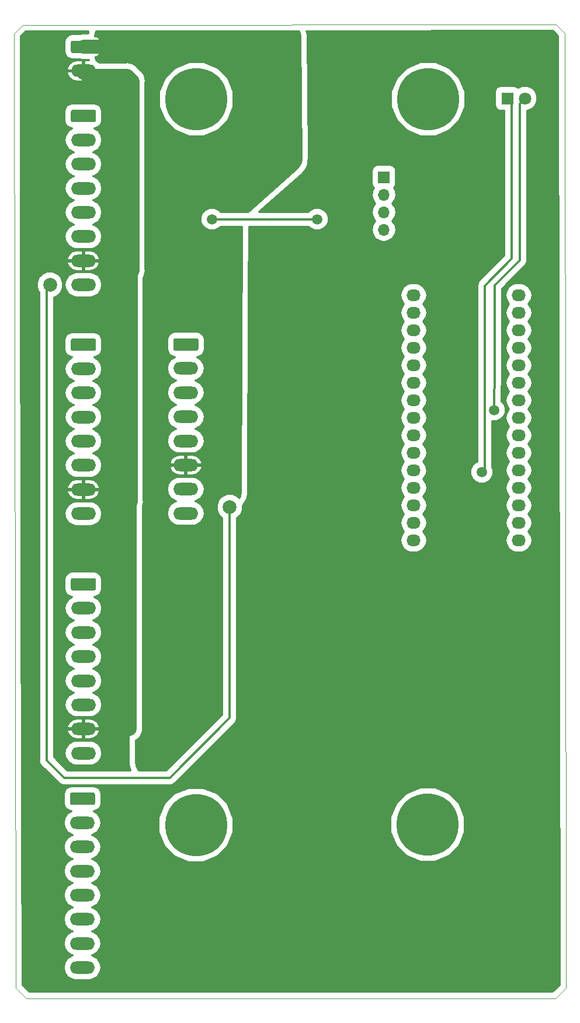
<source format=gbr>
G04 #@! TF.GenerationSoftware,KiCad,Pcbnew,(6.0.0-rc1-dev-347-gd8782b751)*
G04 #@! TF.CreationDate,2019-11-16T23:30:41+01:00*
G04 #@! TF.ProjectId,nano,6E616E6F2E6B696361645F7063620000,rev?*
G04 #@! TF.SameCoordinates,Original*
G04 #@! TF.FileFunction,Copper,L1,Top,Signal*
G04 #@! TF.FilePolarity,Positive*
%FSLAX46Y46*%
G04 Gerber Fmt 4.6, Leading zero omitted, Abs format (unit mm)*
G04 Created by KiCad (PCBNEW (6.0.0-rc1-dev-347-gd8782b751)) date 11/16/19 23:30:41*
%MOMM*%
%LPD*%
G01*
G04 APERTURE LIST*
G04 #@! TA.AperFunction,NonConductor*
%ADD10C,0.100000*%
G04 #@! TD*
G04 #@! TA.AperFunction,ComponentPad*
%ADD11C,1.800000*%
G04 #@! TD*
G04 #@! TA.AperFunction,ComponentPad*
%ADD12R,1.800000X1.800000*%
G04 #@! TD*
G04 #@! TA.AperFunction,ComponentPad*
%ADD13O,1.700000X1.700000*%
G04 #@! TD*
G04 #@! TA.AperFunction,ComponentPad*
%ADD14R,1.700000X1.700000*%
G04 #@! TD*
G04 #@! TA.AperFunction,ComponentPad*
%ADD15O,3.600000X1.800000*%
G04 #@! TD*
G04 #@! TA.AperFunction,Conductor*
%ADD16C,0.100000*%
G04 #@! TD*
G04 #@! TA.AperFunction,ComponentPad*
%ADD17C,9.000000*%
G04 #@! TD*
G04 #@! TA.AperFunction,ComponentPad*
%ADD18O,2.032000X1.727200*%
G04 #@! TD*
G04 #@! TA.AperFunction,ViaPad*
%ADD19C,2.000000*%
G04 #@! TD*
G04 #@! TA.AperFunction,ViaPad*
%ADD20C,1.500000*%
G04 #@! TD*
G04 #@! TA.AperFunction,Conductor*
%ADD21C,0.350000*%
G04 #@! TD*
G04 #@! TA.AperFunction,Conductor*
%ADD22C,2.000000*%
G04 #@! TD*
G04 APERTURE END LIST*
D10*
X-34417000Y-79248000D02*
X-35941000Y-77724000D01*
X-34925000Y61976000D02*
X-36195000Y60706000D01*
X43815000Y-77724000D02*
X42291000Y-79248000D01*
X43624500Y60769500D02*
X42354500Y62039500D01*
X-6982115Y-54041384D02*
G75*
G03X-6982115Y-54041384I-2796885J0D01*
G01*
X26479500Y-54038500D02*
G75*
G03X26479500Y-54038500I-2794000J0D01*
G01*
X-7036978Y51105979D02*
G75*
G03X-7036978Y51105979I-2805522J0D01*
G01*
X26301668Y51104832D02*
G75*
G03X26301668Y51104832I-2552668J0D01*
G01*
X-35941000Y-77724000D02*
X-36195000Y60706000D01*
X42291000Y-79248000D02*
X-34417000Y-79248000D01*
X43624500Y60769500D02*
X43815000Y-77724000D01*
X-34925000Y61976000D02*
X42354500Y62039500D01*
D11*
G04 #@! TO.P,D1,2*
G04 #@! TO.N,Net-(D1-Pad2)*
X37846000Y51308000D03*
D12*
G04 #@! TO.P,D1,1*
G04 #@! TO.N,ABORT*
X35306000Y51308000D03*
G04 #@! TD*
D13*
G04 #@! TO.P,Serial_conn1,4*
G04 #@! TO.N,Rx_conn*
X17399000Y32258000D03*
G04 #@! TO.P,Serial_conn1,3*
G04 #@! TO.N,Tx_conn*
X17399000Y34798000D03*
G04 #@! TO.P,Serial_conn1,2*
G04 #@! TO.N,GNDS*
X17399000Y37338000D03*
D14*
G04 #@! TO.P,Serial_conn1,1*
G04 #@! TO.N,5V_ISO*
X17399000Y39878000D03*
G04 #@! TD*
D15*
G04 #@! TO.P,SIGNAL_SOCKET1,8*
G04 #@! TO.N,EXTRA_ALARM_OUT*
X-26289000Y-74792000D03*
G04 #@! TO.P,SIGNAL_SOCKET1,7*
G04 #@! TO.N,EXTRA_ALARM_IN*
X-26289000Y-71292000D03*
G04 #@! TO.P,SIGNAL_SOCKET1,6*
G04 #@! TO.N,PROBE_PLATE*
X-26289000Y-67792000D03*
G04 #@! TO.P,SIGNAL_SOCKET1,5*
G04 #@! TO.N,GND_SPEED*
X-26289000Y-64292000D03*
G04 #@! TO.P,SIGNAL_SOCKET1,4*
G04 #@! TO.N,SIGNAL_SPEED*
X-26289000Y-60792000D03*
G04 #@! TO.P,SIGNAL_SOCKET1,3*
G04 #@! TO.N,SOURCE_SPEED*
X-26289000Y-57292000D03*
G04 #@! TO.P,SIGNAL_SOCKET1,2*
G04 #@! TO.N,GND_FOR*
X-26289000Y-53792000D03*
D16*
G04 #@! TD*
G04 #@! TO.N,SOURCE_FOR*
G04 #@! TO.C,SIGNAL_SOCKET1*
G36*
X-24714496Y-49393204D02*
X-24690227Y-49396804D01*
X-24666429Y-49402765D01*
X-24643329Y-49411030D01*
X-24621151Y-49421520D01*
X-24600107Y-49434133D01*
X-24580402Y-49448747D01*
X-24562223Y-49465223D01*
X-24545747Y-49483402D01*
X-24531133Y-49503107D01*
X-24518520Y-49524151D01*
X-24508030Y-49546329D01*
X-24499765Y-49569429D01*
X-24493804Y-49593227D01*
X-24490204Y-49617496D01*
X-24489000Y-49642000D01*
X-24489000Y-50942000D01*
X-24490204Y-50966504D01*
X-24493804Y-50990773D01*
X-24499765Y-51014571D01*
X-24508030Y-51037671D01*
X-24518520Y-51059849D01*
X-24531133Y-51080893D01*
X-24545747Y-51100598D01*
X-24562223Y-51118777D01*
X-24580402Y-51135253D01*
X-24600107Y-51149867D01*
X-24621151Y-51162480D01*
X-24643329Y-51172970D01*
X-24666429Y-51181235D01*
X-24690227Y-51187196D01*
X-24714496Y-51190796D01*
X-24739000Y-51192000D01*
X-27839000Y-51192000D01*
X-27863504Y-51190796D01*
X-27887773Y-51187196D01*
X-27911571Y-51181235D01*
X-27934671Y-51172970D01*
X-27956849Y-51162480D01*
X-27977893Y-51149867D01*
X-27997598Y-51135253D01*
X-28015777Y-51118777D01*
X-28032253Y-51100598D01*
X-28046867Y-51080893D01*
X-28059480Y-51059849D01*
X-28069970Y-51037671D01*
X-28078235Y-51014571D01*
X-28084196Y-50990773D01*
X-28087796Y-50966504D01*
X-28089000Y-50942000D01*
X-28089000Y-49642000D01*
X-28087796Y-49617496D01*
X-28084196Y-49593227D01*
X-28078235Y-49569429D01*
X-28069970Y-49546329D01*
X-28059480Y-49524151D01*
X-28046867Y-49503107D01*
X-28032253Y-49483402D01*
X-28015777Y-49465223D01*
X-27997598Y-49448747D01*
X-27977893Y-49434133D01*
X-27956849Y-49421520D01*
X-27934671Y-49411030D01*
X-27911571Y-49402765D01*
X-27887773Y-49396804D01*
X-27863504Y-49393204D01*
X-27839000Y-49392000D01*
X-24739000Y-49392000D01*
X-24714496Y-49393204D01*
X-24714496Y-49393204D01*
G37*
D11*
G04 #@! TO.P,SIGNAL_SOCKET1,1*
G04 #@! TO.N,SOURCE_FOR*
X-26289000Y-50292000D03*
G04 #@! TD*
D15*
G04 #@! TO.P,Z_PLUG_SOCKET1,8*
G04 #@! TO.N,LIM_Z_IN*
X-26162000Y-43677000D03*
G04 #@! TO.P,Z_PLUG_SOCKET1,7*
G04 #@! TO.N,GNDPWR*
X-26162000Y-40177000D03*
G04 #@! TO.P,Z_PLUG_SOCKET1,6*
G04 #@! TO.N,+36V*
X-26162000Y-36677000D03*
G04 #@! TO.P,Z_PLUG_SOCKET1,5*
G04 #@! TO.N,ALARM_IN*
X-26162000Y-33177000D03*
G04 #@! TO.P,Z_PLUG_SOCKET1,4*
G04 #@! TO.N,GNDS*
X-26162000Y-29677000D03*
G04 #@! TO.P,Z_PLUG_SOCKET1,3*
G04 #@! TO.N,DIR_Z_OUT*
X-26162000Y-26177000D03*
G04 #@! TO.P,Z_PLUG_SOCKET1,2*
G04 #@! TO.N,GNDS*
X-26162000Y-22677000D03*
D16*
G04 #@! TD*
G04 #@! TO.N,PUL_Z_OUT*
G04 #@! TO.C,Z_PLUG_SOCKET1*
G36*
X-24587496Y-18278204D02*
X-24563227Y-18281804D01*
X-24539429Y-18287765D01*
X-24516329Y-18296030D01*
X-24494151Y-18306520D01*
X-24473107Y-18319133D01*
X-24453402Y-18333747D01*
X-24435223Y-18350223D01*
X-24418747Y-18368402D01*
X-24404133Y-18388107D01*
X-24391520Y-18409151D01*
X-24381030Y-18431329D01*
X-24372765Y-18454429D01*
X-24366804Y-18478227D01*
X-24363204Y-18502496D01*
X-24362000Y-18527000D01*
X-24362000Y-19827000D01*
X-24363204Y-19851504D01*
X-24366804Y-19875773D01*
X-24372765Y-19899571D01*
X-24381030Y-19922671D01*
X-24391520Y-19944849D01*
X-24404133Y-19965893D01*
X-24418747Y-19985598D01*
X-24435223Y-20003777D01*
X-24453402Y-20020253D01*
X-24473107Y-20034867D01*
X-24494151Y-20047480D01*
X-24516329Y-20057970D01*
X-24539429Y-20066235D01*
X-24563227Y-20072196D01*
X-24587496Y-20075796D01*
X-24612000Y-20077000D01*
X-27712000Y-20077000D01*
X-27736504Y-20075796D01*
X-27760773Y-20072196D01*
X-27784571Y-20066235D01*
X-27807671Y-20057970D01*
X-27829849Y-20047480D01*
X-27850893Y-20034867D01*
X-27870598Y-20020253D01*
X-27888777Y-20003777D01*
X-27905253Y-19985598D01*
X-27919867Y-19965893D01*
X-27932480Y-19944849D01*
X-27942970Y-19922671D01*
X-27951235Y-19899571D01*
X-27957196Y-19875773D01*
X-27960796Y-19851504D01*
X-27962000Y-19827000D01*
X-27962000Y-18527000D01*
X-27960796Y-18502496D01*
X-27957196Y-18478227D01*
X-27951235Y-18454429D01*
X-27942970Y-18431329D01*
X-27932480Y-18409151D01*
X-27919867Y-18388107D01*
X-27905253Y-18368402D01*
X-27888777Y-18350223D01*
X-27870598Y-18333747D01*
X-27850893Y-18319133D01*
X-27829849Y-18306520D01*
X-27807671Y-18296030D01*
X-27784571Y-18287765D01*
X-27760773Y-18281804D01*
X-27736504Y-18278204D01*
X-27712000Y-18277000D01*
X-24612000Y-18277000D01*
X-24587496Y-18278204D01*
X-24587496Y-18278204D01*
G37*
D11*
G04 #@! TO.P,Z_PLUG_SOCKET1,1*
G04 #@! TO.N,PUL_Z_OUT*
X-26162000Y-19177000D03*
G04 #@! TD*
D15*
G04 #@! TO.P,PWR_IN1,2*
G04 #@! TO.N,GNDPWR*
X-26162000Y55301000D03*
D16*
G04 #@! TD*
G04 #@! TO.N,+36V*
G04 #@! TO.C,PWR_IN1*
G36*
X-24587496Y59699796D02*
X-24563227Y59696196D01*
X-24539429Y59690235D01*
X-24516329Y59681970D01*
X-24494151Y59671480D01*
X-24473107Y59658867D01*
X-24453402Y59644253D01*
X-24435223Y59627777D01*
X-24418747Y59609598D01*
X-24404133Y59589893D01*
X-24391520Y59568849D01*
X-24381030Y59546671D01*
X-24372765Y59523571D01*
X-24366804Y59499773D01*
X-24363204Y59475504D01*
X-24362000Y59451000D01*
X-24362000Y58151000D01*
X-24363204Y58126496D01*
X-24366804Y58102227D01*
X-24372765Y58078429D01*
X-24381030Y58055329D01*
X-24391520Y58033151D01*
X-24404133Y58012107D01*
X-24418747Y57992402D01*
X-24435223Y57974223D01*
X-24453402Y57957747D01*
X-24473107Y57943133D01*
X-24494151Y57930520D01*
X-24516329Y57920030D01*
X-24539429Y57911765D01*
X-24563227Y57905804D01*
X-24587496Y57902204D01*
X-24612000Y57901000D01*
X-27712000Y57901000D01*
X-27736504Y57902204D01*
X-27760773Y57905804D01*
X-27784571Y57911765D01*
X-27807671Y57920030D01*
X-27829849Y57930520D01*
X-27850893Y57943133D01*
X-27870598Y57957747D01*
X-27888777Y57974223D01*
X-27905253Y57992402D01*
X-27919867Y58012107D01*
X-27932480Y58033151D01*
X-27942970Y58055329D01*
X-27951235Y58078429D01*
X-27957196Y58102227D01*
X-27960796Y58126496D01*
X-27962000Y58151000D01*
X-27962000Y59451000D01*
X-27960796Y59475504D01*
X-27957196Y59499773D01*
X-27951235Y59523571D01*
X-27942970Y59546671D01*
X-27932480Y59568849D01*
X-27919867Y59589893D01*
X-27905253Y59609598D01*
X-27888777Y59627777D01*
X-27870598Y59644253D01*
X-27850893Y59658867D01*
X-27829849Y59671480D01*
X-27807671Y59681970D01*
X-27784571Y59690235D01*
X-27760773Y59696196D01*
X-27736504Y59699796D01*
X-27712000Y59701000D01*
X-24612000Y59701000D01*
X-24587496Y59699796D01*
X-24587496Y59699796D01*
G37*
D11*
G04 #@! TO.P,PWR_IN1,1*
G04 #@! TO.N,+36V*
X-26162000Y58801000D03*
G04 #@! TD*
D15*
G04 #@! TO.P,Y2_PLUG_SOCKET1,8*
G04 #@! TO.N,LIM_Y_IN*
X-11303000Y-8879000D03*
G04 #@! TO.P,Y2_PLUG_SOCKET1,7*
G04 #@! TO.N,GNDPWR*
X-11303000Y-5379000D03*
G04 #@! TO.P,Y2_PLUG_SOCKET1,6*
G04 #@! TO.N,+36V*
X-11303000Y-1879000D03*
G04 #@! TO.P,Y2_PLUG_SOCKET1,5*
G04 #@! TO.N,ALARM_IN*
X-11303000Y1621000D03*
G04 #@! TO.P,Y2_PLUG_SOCKET1,4*
G04 #@! TO.N,GNDS*
X-11303000Y5121000D03*
G04 #@! TO.P,Y2_PLUG_SOCKET1,3*
G04 #@! TO.N,DIR_Y_OUT*
X-11303000Y8621000D03*
G04 #@! TO.P,Y2_PLUG_SOCKET1,2*
G04 #@! TO.N,GNDS*
X-11303000Y12121000D03*
D16*
G04 #@! TD*
G04 #@! TO.N,PUL_Y_OUT*
G04 #@! TO.C,Y2_PLUG_SOCKET1*
G36*
X-9728496Y16519796D02*
X-9704227Y16516196D01*
X-9680429Y16510235D01*
X-9657329Y16501970D01*
X-9635151Y16491480D01*
X-9614107Y16478867D01*
X-9594402Y16464253D01*
X-9576223Y16447777D01*
X-9559747Y16429598D01*
X-9545133Y16409893D01*
X-9532520Y16388849D01*
X-9522030Y16366671D01*
X-9513765Y16343571D01*
X-9507804Y16319773D01*
X-9504204Y16295504D01*
X-9503000Y16271000D01*
X-9503000Y14971000D01*
X-9504204Y14946496D01*
X-9507804Y14922227D01*
X-9513765Y14898429D01*
X-9522030Y14875329D01*
X-9532520Y14853151D01*
X-9545133Y14832107D01*
X-9559747Y14812402D01*
X-9576223Y14794223D01*
X-9594402Y14777747D01*
X-9614107Y14763133D01*
X-9635151Y14750520D01*
X-9657329Y14740030D01*
X-9680429Y14731765D01*
X-9704227Y14725804D01*
X-9728496Y14722204D01*
X-9753000Y14721000D01*
X-12853000Y14721000D01*
X-12877504Y14722204D01*
X-12901773Y14725804D01*
X-12925571Y14731765D01*
X-12948671Y14740030D01*
X-12970849Y14750520D01*
X-12991893Y14763133D01*
X-13011598Y14777747D01*
X-13029777Y14794223D01*
X-13046253Y14812402D01*
X-13060867Y14832107D01*
X-13073480Y14853151D01*
X-13083970Y14875329D01*
X-13092235Y14898429D01*
X-13098196Y14922227D01*
X-13101796Y14946496D01*
X-13103000Y14971000D01*
X-13103000Y16271000D01*
X-13101796Y16295504D01*
X-13098196Y16319773D01*
X-13092235Y16343571D01*
X-13083970Y16366671D01*
X-13073480Y16388849D01*
X-13060867Y16409893D01*
X-13046253Y16429598D01*
X-13029777Y16447777D01*
X-13011598Y16464253D01*
X-12991893Y16478867D01*
X-12970849Y16491480D01*
X-12948671Y16501970D01*
X-12925571Y16510235D01*
X-12901773Y16516196D01*
X-12877504Y16519796D01*
X-12853000Y16521000D01*
X-9753000Y16521000D01*
X-9728496Y16519796D01*
X-9728496Y16519796D01*
G37*
D11*
G04 #@! TO.P,Y2_PLUG_SOCKET1,1*
G04 #@! TO.N,PUL_Y_OUT*
X-11303000Y15621000D03*
G04 #@! TD*
D15*
G04 #@! TO.P,Y1_PLUG_SOCKET1,8*
G04 #@! TO.N,LIM_Y_IN*
X-26162000Y-8930278D03*
G04 #@! TO.P,Y1_PLUG_SOCKET1,7*
G04 #@! TO.N,GNDPWR*
X-26162000Y-5430278D03*
G04 #@! TO.P,Y1_PLUG_SOCKET1,6*
G04 #@! TO.N,+36V*
X-26162000Y-1930278D03*
G04 #@! TO.P,Y1_PLUG_SOCKET1,5*
G04 #@! TO.N,ALARM_IN*
X-26162000Y1569722D03*
G04 #@! TO.P,Y1_PLUG_SOCKET1,4*
G04 #@! TO.N,GNDS*
X-26162000Y5069722D03*
G04 #@! TO.P,Y1_PLUG_SOCKET1,3*
G04 #@! TO.N,DIR_Y_OUT*
X-26162000Y8569722D03*
G04 #@! TO.P,Y1_PLUG_SOCKET1,2*
G04 #@! TO.N,GNDS*
X-26162000Y12069722D03*
D16*
G04 #@! TD*
G04 #@! TO.N,PUL_Y_OUT*
G04 #@! TO.C,Y1_PLUG_SOCKET1*
G36*
X-24587496Y16468518D02*
X-24563227Y16464918D01*
X-24539429Y16458957D01*
X-24516329Y16450692D01*
X-24494151Y16440202D01*
X-24473107Y16427589D01*
X-24453402Y16412975D01*
X-24435223Y16396499D01*
X-24418747Y16378320D01*
X-24404133Y16358615D01*
X-24391520Y16337571D01*
X-24381030Y16315393D01*
X-24372765Y16292293D01*
X-24366804Y16268495D01*
X-24363204Y16244226D01*
X-24362000Y16219722D01*
X-24362000Y14919722D01*
X-24363204Y14895218D01*
X-24366804Y14870949D01*
X-24372765Y14847151D01*
X-24381030Y14824051D01*
X-24391520Y14801873D01*
X-24404133Y14780829D01*
X-24418747Y14761124D01*
X-24435223Y14742945D01*
X-24453402Y14726469D01*
X-24473107Y14711855D01*
X-24494151Y14699242D01*
X-24516329Y14688752D01*
X-24539429Y14680487D01*
X-24563227Y14674526D01*
X-24587496Y14670926D01*
X-24612000Y14669722D01*
X-27712000Y14669722D01*
X-27736504Y14670926D01*
X-27760773Y14674526D01*
X-27784571Y14680487D01*
X-27807671Y14688752D01*
X-27829849Y14699242D01*
X-27850893Y14711855D01*
X-27870598Y14726469D01*
X-27888777Y14742945D01*
X-27905253Y14761124D01*
X-27919867Y14780829D01*
X-27932480Y14801873D01*
X-27942970Y14824051D01*
X-27951235Y14847151D01*
X-27957196Y14870949D01*
X-27960796Y14895218D01*
X-27962000Y14919722D01*
X-27962000Y16219722D01*
X-27960796Y16244226D01*
X-27957196Y16268495D01*
X-27951235Y16292293D01*
X-27942970Y16315393D01*
X-27932480Y16337571D01*
X-27919867Y16358615D01*
X-27905253Y16378320D01*
X-27888777Y16396499D01*
X-27870598Y16412975D01*
X-27850893Y16427589D01*
X-27829849Y16440202D01*
X-27807671Y16450692D01*
X-27784571Y16458957D01*
X-27760773Y16464918D01*
X-27736504Y16468518D01*
X-27712000Y16469722D01*
X-24612000Y16469722D01*
X-24587496Y16468518D01*
X-24587496Y16468518D01*
G37*
D11*
G04 #@! TO.P,Y1_PLUG_SOCKET1,1*
G04 #@! TO.N,PUL_Y_OUT*
X-26162000Y15569722D03*
G04 #@! TD*
D15*
G04 #@! TO.P,X_PLUG_SOCKET1,8*
G04 #@! TO.N,LIM_X_IN*
X-26162000Y24268000D03*
G04 #@! TO.P,X_PLUG_SOCKET1,7*
G04 #@! TO.N,GNDPWR*
X-26162000Y27768000D03*
G04 #@! TO.P,X_PLUG_SOCKET1,6*
G04 #@! TO.N,+36V*
X-26162000Y31268000D03*
G04 #@! TO.P,X_PLUG_SOCKET1,5*
G04 #@! TO.N,ALARM_IN*
X-26162000Y34768000D03*
G04 #@! TO.P,X_PLUG_SOCKET1,4*
G04 #@! TO.N,GNDS*
X-26162000Y38268000D03*
G04 #@! TO.P,X_PLUG_SOCKET1,3*
G04 #@! TO.N,DIR_X_OUT*
X-26162000Y41768000D03*
G04 #@! TO.P,X_PLUG_SOCKET1,2*
G04 #@! TO.N,GNDS*
X-26162000Y45268000D03*
D16*
G04 #@! TD*
G04 #@! TO.N,PUL_X_OUT*
G04 #@! TO.C,X_PLUG_SOCKET1*
G36*
X-24587496Y49666796D02*
X-24563227Y49663196D01*
X-24539429Y49657235D01*
X-24516329Y49648970D01*
X-24494151Y49638480D01*
X-24473107Y49625867D01*
X-24453402Y49611253D01*
X-24435223Y49594777D01*
X-24418747Y49576598D01*
X-24404133Y49556893D01*
X-24391520Y49535849D01*
X-24381030Y49513671D01*
X-24372765Y49490571D01*
X-24366804Y49466773D01*
X-24363204Y49442504D01*
X-24362000Y49418000D01*
X-24362000Y48118000D01*
X-24363204Y48093496D01*
X-24366804Y48069227D01*
X-24372765Y48045429D01*
X-24381030Y48022329D01*
X-24391520Y48000151D01*
X-24404133Y47979107D01*
X-24418747Y47959402D01*
X-24435223Y47941223D01*
X-24453402Y47924747D01*
X-24473107Y47910133D01*
X-24494151Y47897520D01*
X-24516329Y47887030D01*
X-24539429Y47878765D01*
X-24563227Y47872804D01*
X-24587496Y47869204D01*
X-24612000Y47868000D01*
X-27712000Y47868000D01*
X-27736504Y47869204D01*
X-27760773Y47872804D01*
X-27784571Y47878765D01*
X-27807671Y47887030D01*
X-27829849Y47897520D01*
X-27850893Y47910133D01*
X-27870598Y47924747D01*
X-27888777Y47941223D01*
X-27905253Y47959402D01*
X-27919867Y47979107D01*
X-27932480Y48000151D01*
X-27942970Y48022329D01*
X-27951235Y48045429D01*
X-27957196Y48069227D01*
X-27960796Y48093496D01*
X-27962000Y48118000D01*
X-27962000Y49418000D01*
X-27960796Y49442504D01*
X-27957196Y49466773D01*
X-27951235Y49490571D01*
X-27942970Y49513671D01*
X-27932480Y49535849D01*
X-27919867Y49556893D01*
X-27905253Y49576598D01*
X-27888777Y49594777D01*
X-27870598Y49611253D01*
X-27850893Y49625867D01*
X-27829849Y49638480D01*
X-27807671Y49648970D01*
X-27784571Y49657235D01*
X-27760773Y49663196D01*
X-27736504Y49666796D01*
X-27712000Y49668000D01*
X-24612000Y49668000D01*
X-24587496Y49666796D01*
X-24587496Y49666796D01*
G37*
D11*
G04 #@! TO.P,X_PLUG_SOCKET1,1*
G04 #@! TO.N,PUL_X_OUT*
X-26162000Y48768000D03*
G04 #@! TD*
D17*
G04 #@! TO.P,MH4,1*
G04 #@! TO.N,N/C*
X-9842500Y-54102000D03*
G04 #@! TD*
G04 #@! TO.P,MH3,1*
G04 #@! TO.N,N/C*
X23749000Y-54038500D03*
G04 #@! TD*
G04 #@! TO.P,MH2,1*
G04 #@! TO.N,N/C*
X-9779000Y51181000D03*
G04 #@! TD*
G04 #@! TO.P,MH1,1*
G04 #@! TO.N,N/C*
X23812500Y51181000D03*
G04 #@! TD*
D18*
G04 #@! TO.P,P1,1*
G04 #@! TO.N,Tx*
X21717000Y22733000D03*
G04 #@! TO.P,P1,2*
G04 #@! TO.N,Rx*
X21717000Y20193000D03*
G04 #@! TO.P,P1,3*
G04 #@! TO.N,RESET*
X21717000Y17653000D03*
G04 #@! TO.P,P1,4*
G04 #@! TO.N,GND*
X21717000Y15113000D03*
G04 #@! TO.P,P1,5*
G04 #@! TO.N,PUL_X*
X21717000Y12573000D03*
G04 #@! TO.P,P1,6*
G04 #@! TO.N,PUL_Y*
X21717000Y10033000D03*
G04 #@! TO.P,P1,7*
G04 #@! TO.N,PUL_Z*
X21717000Y7493000D03*
G04 #@! TO.P,P1,8*
G04 #@! TO.N,DIR_X*
X21717000Y4953000D03*
G04 #@! TO.P,P1,9*
G04 #@! TO.N,DIR_Y*
X21717000Y2413000D03*
G04 #@! TO.P,P1,10*
G04 #@! TO.N,DIR_Z*
X21717000Y-127000D03*
G04 #@! TO.P,P1,11*
G04 #@! TO.N,N/C*
X21717000Y-2667000D03*
G04 #@! TO.P,P1,12*
G04 #@! TO.N,LIM_X*
X21717000Y-5207000D03*
G04 #@! TO.P,P1,13*
G04 #@! TO.N,LIM_Y*
X21717000Y-7747000D03*
G04 #@! TO.P,P1,14*
G04 #@! TO.N,SPINDLE_PWM*
X21717000Y-10287000D03*
G04 #@! TO.P,P1,15*
G04 #@! TO.N,LIM_Z*
X21717000Y-12827000D03*
G04 #@! TD*
G04 #@! TO.P,P2,1*
G04 #@! TO.N,N/C*
X36957000Y22733000D03*
G04 #@! TO.P,P2,2*
G04 #@! TO.N,GND*
X36957000Y20193000D03*
G04 #@! TO.P,P2,3*
G04 #@! TO.N,N/C*
X36957000Y17653000D03*
G04 #@! TO.P,P2,4*
G04 #@! TO.N,+5V*
X36957000Y15113000D03*
G04 #@! TO.P,P2,5*
G04 #@! TO.N,N/C*
X36957000Y12573000D03*
G04 #@! TO.P,P2,6*
X36957000Y10033000D03*
G04 #@! TO.P,P2,7*
G04 #@! TO.N,PROBE*
X36957000Y7493000D03*
G04 #@! TO.P,P2,8*
G04 #@! TO.N,N/C*
X36957000Y4953000D03*
G04 #@! TO.P,P2,9*
X36957000Y2413000D03*
G04 #@! TO.P,P2,10*
X36957000Y-127000D03*
G04 #@! TO.P,P2,11*
X36957000Y-2667000D03*
G04 #@! TO.P,P2,12*
G04 #@! TO.N,ABORT*
X36957000Y-5207000D03*
G04 #@! TO.P,P2,13*
G04 #@! TO.N,N/C*
X36957000Y-7747000D03*
G04 #@! TO.P,P2,14*
X36957000Y-10287000D03*
G04 #@! TO.P,P2,15*
G04 #@! TO.N,SPINDLE_EN*
X36957000Y-12827000D03*
G04 #@! TD*
D19*
G04 #@! TO.N,GNDPWR*
X-19050000Y27813000D03*
X-19431000Y-5461000D03*
X-19431000Y-40132000D03*
X-19431000Y53848000D03*
D20*
X-21717000Y54610000D03*
X-19050000Y51816000D03*
X-19304000Y24892000D03*
X-21844000Y-40177000D03*
X-21590000Y-5430278D03*
D19*
G04 #@! TO.N,+36V*
X-16383000Y-2032000D03*
X-17475200Y58851800D03*
X-16256000Y31242000D03*
X-16383000Y-36703000D03*
D20*
X-19685000Y58851800D03*
X-21590000Y58801000D03*
X-16256000Y27813000D03*
X-16383000Y-33655000D03*
X-14351000Y-1879000D03*
G04 #@! TO.N,ABORT*
X31623000Y-2921000D03*
D19*
G04 #@! TO.N,LIM_X_IN*
X-4953000Y-8001000D03*
X-30988000Y24257000D03*
D20*
G04 #@! TO.N,GNDS*
X-7493000Y33782000D03*
X7747000Y33782000D03*
G04 #@! TO.N,Net-(D1-Pad2)*
X33401000Y6096000D03*
G04 #@! TD*
D21*
G04 #@! TO.N,GND*
X36957000Y20193000D02*
X36804600Y20193000D01*
D22*
G04 #@! TO.N,GNDPWR*
X-25527000Y54991000D02*
X-26162000Y54991000D01*
X-25146000Y54610000D02*
X-25527000Y54991000D01*
X-19050000Y53848000D02*
X-19812000Y54610000D01*
X-19812000Y54610000D02*
X-21717000Y54610000D01*
X-19050000Y26289000D02*
X-19304000Y26035000D01*
X-19050000Y53848000D02*
X-19050000Y51816000D01*
X-19304000Y26035000D02*
X-19304000Y-7239000D01*
X-19304000Y-7239000D02*
X-19431000Y-7366000D01*
X-19431000Y-7366000D02*
X-19431000Y-40005000D01*
X-21717000Y54610000D02*
X-25146000Y54610000D01*
X-19050000Y51816000D02*
X-19050000Y26289000D01*
X-19431000Y-40132000D02*
X-21799000Y-40132000D01*
X-21799000Y-40132000D02*
X-21844000Y-40177000D01*
X-21559278Y-5461000D02*
X-21590000Y-5430278D01*
X-19431000Y-5461000D02*
X-21559278Y-5461000D01*
G04 #@! TO.N,+36V*
X-16383000Y-34925000D02*
X-16383000Y-36703000D01*
X-16383000Y-34925000D02*
X-16383000Y-36322000D01*
X-17145000Y58801000D02*
X-16256000Y57912000D01*
X-16256000Y57912000D02*
X-16256000Y-3302000D01*
X-16383000Y-3429000D02*
X-16383000Y-34925000D01*
X-16256000Y-3302000D02*
X-16383000Y-3429000D01*
X-17475200Y58851800D02*
X-19685000Y58851800D01*
X-19964400Y58801000D02*
X-21590000Y58801000D01*
X-19913600Y58851800D02*
X-19964400Y58801000D01*
X-19685000Y58851800D02*
X-19913600Y58851800D01*
X-21590000Y58801000D02*
X-26162000Y58801000D01*
X-16383000Y-2032000D02*
X-14504000Y-2032000D01*
X-14504000Y-2032000D02*
X-14351000Y-1879000D01*
D21*
G04 #@! TO.N,ABORT*
X35941000Y50673000D02*
X35306000Y51308000D01*
X35941000Y28067000D02*
X35941000Y50673000D01*
X32004000Y24130000D02*
X35941000Y28067000D01*
X31623000Y-2921000D02*
X32004000Y-2540000D01*
X32004000Y-2540000D02*
X32004000Y24130000D01*
G04 #@! TO.N,LIM_X_IN*
X-29591000Y-46609000D02*
X-29972006Y-46227994D01*
X-31505989Y24247011D02*
X-31496000Y24257000D01*
X-29591000Y-46609000D02*
X-31505989Y-44694011D01*
X-31505989Y-44694011D02*
X-31505989Y24247011D01*
X-28956000Y-47244000D02*
X-29591000Y-46609000D01*
X-13652500Y-47244000D02*
X-28956000Y-47244000D01*
X-4953000Y-8001000D02*
X-4953000Y-38544500D01*
X-4953000Y-38544500D02*
X-13652500Y-47244000D01*
G04 #@! TO.N,GNDS*
X7747000Y33782000D02*
X-7493000Y33782000D01*
G04 #@! TO.N,Net-(D1-Pad2)*
X33437500Y24166500D02*
X33655000Y24384000D01*
X33401000Y6096000D02*
X33437500Y12228500D01*
X33437500Y12228500D02*
X33437500Y24166500D01*
X37084000Y27813000D02*
X36957000Y27686000D01*
X37084000Y50546000D02*
X37084000Y27813000D01*
X37846000Y51308000D02*
X37084000Y50546000D01*
X36957000Y27686000D02*
X33437500Y24166500D01*
G04 #@! TD*
G04 #@! TO.N,+36V*
G36*
X5173523Y60778951D02*
X5240848Y60298894D01*
X5404485Y42517006D01*
X5333640Y41990027D01*
X5122312Y41515925D01*
X4777754Y41110960D01*
X-2281736Y34882000D01*
X-6224193Y34882000D01*
X-6544189Y35201996D01*
X-7159822Y35457000D01*
X-7826178Y35457000D01*
X-8441811Y35201996D01*
X-8912996Y34730811D01*
X-9168000Y34115178D01*
X-9168000Y33448822D01*
X-8912996Y32833189D01*
X-8441811Y32362004D01*
X-7826178Y32107000D01*
X-7159822Y32107000D01*
X-6544189Y32362004D01*
X-6224193Y32682000D01*
X-3227015Y32682000D01*
X-3346767Y-5818312D01*
X-3440922Y-6398003D01*
X-3574690Y-6656949D01*
X-3862575Y-6369064D01*
X-4570094Y-6076000D01*
X-5335906Y-6076000D01*
X-6043425Y-6369064D01*
X-6584936Y-6910575D01*
X-6878000Y-7618094D01*
X-6878000Y-8383906D01*
X-6584936Y-9091425D01*
X-6053000Y-9623361D01*
X-6052999Y-38088864D01*
X-14108134Y-46144000D01*
X-18130191Y-46144000D01*
X-18275239Y-45953109D01*
X-18455564Y-45510638D01*
X-18516196Y-45024986D01*
X-18493211Y-41827160D01*
X-18340575Y-41763936D01*
X-18203880Y-41627241D01*
X-18043153Y-41519847D01*
X-17935758Y-41359119D01*
X-17799064Y-41222425D01*
X-17725085Y-41043824D01*
X-17617691Y-40883097D01*
X-17579979Y-40693508D01*
X-17506000Y-40514906D01*
X-17506000Y-40321590D01*
X-17468288Y-40132000D01*
X-17506000Y-39942410D01*
X-17506000Y-8013009D01*
X-17490691Y-7990097D01*
X-17379000Y-7428590D01*
X-17379000Y-7428586D01*
X-17341289Y-7239001D01*
X-17379000Y-7049415D01*
X-17379000Y-5379000D01*
X-14063753Y-5379000D01*
X-13922112Y-6091079D01*
X-13518751Y-6694751D01*
X-12915079Y-7098112D01*
X-12759794Y-7129000D01*
X-12915079Y-7159888D01*
X-13518751Y-7563249D01*
X-13922112Y-8166921D01*
X-14063753Y-8879000D01*
X-13922112Y-9591079D01*
X-13518751Y-10194751D01*
X-12915079Y-10598112D01*
X-12382743Y-10704000D01*
X-10223257Y-10704000D01*
X-9690921Y-10598112D01*
X-9087249Y-10194751D01*
X-8683888Y-9591079D01*
X-8542247Y-8879000D01*
X-8683888Y-8166921D01*
X-9087249Y-7563249D01*
X-9690921Y-7159888D01*
X-9846206Y-7129000D01*
X-9690921Y-7098112D01*
X-9087249Y-6694751D01*
X-8683888Y-6091079D01*
X-8542247Y-5379000D01*
X-8683888Y-4666921D01*
X-9087249Y-4063249D01*
X-9690921Y-3659888D01*
X-10223257Y-3554000D01*
X-12382743Y-3554000D01*
X-12915079Y-3659888D01*
X-13518751Y-4063249D01*
X-13922112Y-4666921D01*
X-14063753Y-5379000D01*
X-17379000Y-5379000D01*
X-17379000Y-2191351D01*
X-13695670Y-2191351D01*
X-13640618Y-2393301D01*
X-13334371Y-2904305D01*
X-12855883Y-3259215D01*
X-12278000Y-3404000D01*
X-11378000Y-3404000D01*
X-11378000Y-1954000D01*
X-11228000Y-1954000D01*
X-11228000Y-3404000D01*
X-10328000Y-3404000D01*
X-9750117Y-3259215D01*
X-9271629Y-2904305D01*
X-8965382Y-2393301D01*
X-8910330Y-2191351D01*
X-9036306Y-1954000D01*
X-11228000Y-1954000D01*
X-11378000Y-1954000D01*
X-13569694Y-1954000D01*
X-13695670Y-2191351D01*
X-17379000Y-2191351D01*
X-17379000Y-1566649D01*
X-13695670Y-1566649D01*
X-13569694Y-1804000D01*
X-11378000Y-1804000D01*
X-11378000Y-354000D01*
X-11228000Y-354000D01*
X-11228000Y-1804000D01*
X-9036306Y-1804000D01*
X-8910330Y-1566649D01*
X-8965382Y-1364699D01*
X-9271629Y-853695D01*
X-9750117Y-498785D01*
X-10328000Y-354000D01*
X-11228000Y-354000D01*
X-11378000Y-354000D01*
X-12278000Y-354000D01*
X-12855883Y-498785D01*
X-13334371Y-853695D01*
X-13640618Y-1364699D01*
X-13695670Y-1566649D01*
X-17379000Y-1566649D01*
X-17379000Y12121000D01*
X-14063753Y12121000D01*
X-13922112Y11408921D01*
X-13518751Y10805249D01*
X-12915079Y10401888D01*
X-12759794Y10371000D01*
X-12915079Y10340112D01*
X-13518751Y9936751D01*
X-13922112Y9333079D01*
X-14063753Y8621000D01*
X-13922112Y7908921D01*
X-13518751Y7305249D01*
X-12915079Y6901888D01*
X-12759794Y6871000D01*
X-12915079Y6840112D01*
X-13518751Y6436751D01*
X-13922112Y5833079D01*
X-14063753Y5121000D01*
X-13922112Y4408921D01*
X-13518751Y3805249D01*
X-12915079Y3401888D01*
X-12759794Y3371000D01*
X-12915079Y3340112D01*
X-13518751Y2936751D01*
X-13922112Y2333079D01*
X-14063753Y1621000D01*
X-13922112Y908921D01*
X-13518751Y305249D01*
X-12915079Y-98112D01*
X-12382743Y-204000D01*
X-10223257Y-204000D01*
X-9690921Y-98112D01*
X-9087249Y305249D01*
X-8683888Y908921D01*
X-8542247Y1621000D01*
X-8683888Y2333079D01*
X-9087249Y2936751D01*
X-9690921Y3340112D01*
X-9846206Y3371000D01*
X-9690921Y3401888D01*
X-9087249Y3805249D01*
X-8683888Y4408921D01*
X-8542247Y5121000D01*
X-8683888Y5833079D01*
X-9087249Y6436751D01*
X-9690921Y6840112D01*
X-9846206Y6871000D01*
X-9690921Y6901888D01*
X-9087249Y7305249D01*
X-8683888Y7908921D01*
X-8542247Y8621000D01*
X-8683888Y9333079D01*
X-9087249Y9936751D01*
X-9690921Y10340112D01*
X-9846206Y10371000D01*
X-9690921Y10401888D01*
X-9087249Y10805249D01*
X-8683888Y11408921D01*
X-8542247Y12121000D01*
X-8683888Y12833079D01*
X-9087249Y13436751D01*
X-9633390Y13801671D01*
X-9296412Y13868700D01*
X-8909336Y14127336D01*
X-8650700Y14514412D01*
X-8559879Y14971000D01*
X-8559879Y16271000D01*
X-8650700Y16727588D01*
X-8909336Y17114664D01*
X-9296412Y17373300D01*
X-9753000Y17464121D01*
X-12853000Y17464121D01*
X-13309588Y17373300D01*
X-13696664Y17114664D01*
X-13955300Y16727588D01*
X-14046121Y16271000D01*
X-14046121Y14971000D01*
X-13955300Y14514412D01*
X-13696664Y14127336D01*
X-13309588Y13868700D01*
X-12972610Y13801671D01*
X-13518751Y13436751D01*
X-13922112Y12833079D01*
X-14063753Y12121000D01*
X-17379000Y12121000D01*
X-17379000Y25324922D01*
X-17236691Y25537903D01*
X-17125000Y26099410D01*
X-17125000Y26099414D01*
X-17087289Y26288999D01*
X-17125000Y26478585D01*
X-17125000Y52260100D01*
X-15204000Y52260100D01*
X-15204000Y50101900D01*
X-14378093Y48107984D01*
X-12852016Y46581907D01*
X-10858100Y45756000D01*
X-8699900Y45756000D01*
X-6705984Y46581907D01*
X-5179907Y48107984D01*
X-4354000Y50101900D01*
X-4354000Y52260100D01*
X-5179907Y54254016D01*
X-6705984Y55780093D01*
X-8699900Y56606000D01*
X-10858100Y56606000D01*
X-12852016Y55780093D01*
X-14378093Y54254016D01*
X-15204000Y52260100D01*
X-17125000Y52260100D01*
X-17125000Y53658410D01*
X-17087288Y53848000D01*
X-17236691Y54599098D01*
X-17428180Y54885681D01*
X-17662153Y55235847D01*
X-17822883Y55343243D01*
X-18316757Y55837117D01*
X-18424153Y55997847D01*
X-19060903Y56423309D01*
X-19622410Y56535000D01*
X-19622411Y56535000D01*
X-19812000Y56572712D01*
X-20001589Y56535000D01*
X-23891625Y56535000D01*
X-23946249Y56616751D01*
X-24267627Y56831489D01*
X-24276295Y56848441D01*
X-24349697Y57276000D01*
X-24237680Y57276000D01*
X-24007966Y57371151D01*
X-23832150Y57546966D01*
X-23737000Y57776680D01*
X-23737000Y58569750D01*
X-23893250Y58726000D01*
X-24396288Y58726000D01*
X-24399091Y58876000D01*
X-23893250Y58876000D01*
X-23737000Y59032250D01*
X-23737000Y59825320D01*
X-23832150Y60055034D01*
X-24007966Y60230849D01*
X-24237680Y60326000D01*
X-24415795Y60326000D01*
X-24368724Y60737957D01*
X-24260576Y61009763D01*
X5065869Y61033860D01*
X5173523Y60778951D01*
X5173523Y60778951D01*
G37*
X5173523Y60778951D02*
X5240848Y60298894D01*
X5404485Y42517006D01*
X5333640Y41990027D01*
X5122312Y41515925D01*
X4777754Y41110960D01*
X-2281736Y34882000D01*
X-6224193Y34882000D01*
X-6544189Y35201996D01*
X-7159822Y35457000D01*
X-7826178Y35457000D01*
X-8441811Y35201996D01*
X-8912996Y34730811D01*
X-9168000Y34115178D01*
X-9168000Y33448822D01*
X-8912996Y32833189D01*
X-8441811Y32362004D01*
X-7826178Y32107000D01*
X-7159822Y32107000D01*
X-6544189Y32362004D01*
X-6224193Y32682000D01*
X-3227015Y32682000D01*
X-3346767Y-5818312D01*
X-3440922Y-6398003D01*
X-3574690Y-6656949D01*
X-3862575Y-6369064D01*
X-4570094Y-6076000D01*
X-5335906Y-6076000D01*
X-6043425Y-6369064D01*
X-6584936Y-6910575D01*
X-6878000Y-7618094D01*
X-6878000Y-8383906D01*
X-6584936Y-9091425D01*
X-6053000Y-9623361D01*
X-6052999Y-38088864D01*
X-14108134Y-46144000D01*
X-18130191Y-46144000D01*
X-18275239Y-45953109D01*
X-18455564Y-45510638D01*
X-18516196Y-45024986D01*
X-18493211Y-41827160D01*
X-18340575Y-41763936D01*
X-18203880Y-41627241D01*
X-18043153Y-41519847D01*
X-17935758Y-41359119D01*
X-17799064Y-41222425D01*
X-17725085Y-41043824D01*
X-17617691Y-40883097D01*
X-17579979Y-40693508D01*
X-17506000Y-40514906D01*
X-17506000Y-40321590D01*
X-17468288Y-40132000D01*
X-17506000Y-39942410D01*
X-17506000Y-8013009D01*
X-17490691Y-7990097D01*
X-17379000Y-7428590D01*
X-17379000Y-7428586D01*
X-17341289Y-7239001D01*
X-17379000Y-7049415D01*
X-17379000Y-5379000D01*
X-14063753Y-5379000D01*
X-13922112Y-6091079D01*
X-13518751Y-6694751D01*
X-12915079Y-7098112D01*
X-12759794Y-7129000D01*
X-12915079Y-7159888D01*
X-13518751Y-7563249D01*
X-13922112Y-8166921D01*
X-14063753Y-8879000D01*
X-13922112Y-9591079D01*
X-13518751Y-10194751D01*
X-12915079Y-10598112D01*
X-12382743Y-10704000D01*
X-10223257Y-10704000D01*
X-9690921Y-10598112D01*
X-9087249Y-10194751D01*
X-8683888Y-9591079D01*
X-8542247Y-8879000D01*
X-8683888Y-8166921D01*
X-9087249Y-7563249D01*
X-9690921Y-7159888D01*
X-9846206Y-7129000D01*
X-9690921Y-7098112D01*
X-9087249Y-6694751D01*
X-8683888Y-6091079D01*
X-8542247Y-5379000D01*
X-8683888Y-4666921D01*
X-9087249Y-4063249D01*
X-9690921Y-3659888D01*
X-10223257Y-3554000D01*
X-12382743Y-3554000D01*
X-12915079Y-3659888D01*
X-13518751Y-4063249D01*
X-13922112Y-4666921D01*
X-14063753Y-5379000D01*
X-17379000Y-5379000D01*
X-17379000Y-2191351D01*
X-13695670Y-2191351D01*
X-13640618Y-2393301D01*
X-13334371Y-2904305D01*
X-12855883Y-3259215D01*
X-12278000Y-3404000D01*
X-11378000Y-3404000D01*
X-11378000Y-1954000D01*
X-11228000Y-1954000D01*
X-11228000Y-3404000D01*
X-10328000Y-3404000D01*
X-9750117Y-3259215D01*
X-9271629Y-2904305D01*
X-8965382Y-2393301D01*
X-8910330Y-2191351D01*
X-9036306Y-1954000D01*
X-11228000Y-1954000D01*
X-11378000Y-1954000D01*
X-13569694Y-1954000D01*
X-13695670Y-2191351D01*
X-17379000Y-2191351D01*
X-17379000Y-1566649D01*
X-13695670Y-1566649D01*
X-13569694Y-1804000D01*
X-11378000Y-1804000D01*
X-11378000Y-354000D01*
X-11228000Y-354000D01*
X-11228000Y-1804000D01*
X-9036306Y-1804000D01*
X-8910330Y-1566649D01*
X-8965382Y-1364699D01*
X-9271629Y-853695D01*
X-9750117Y-498785D01*
X-10328000Y-354000D01*
X-11228000Y-354000D01*
X-11378000Y-354000D01*
X-12278000Y-354000D01*
X-12855883Y-498785D01*
X-13334371Y-853695D01*
X-13640618Y-1364699D01*
X-13695670Y-1566649D01*
X-17379000Y-1566649D01*
X-17379000Y12121000D01*
X-14063753Y12121000D01*
X-13922112Y11408921D01*
X-13518751Y10805249D01*
X-12915079Y10401888D01*
X-12759794Y10371000D01*
X-12915079Y10340112D01*
X-13518751Y9936751D01*
X-13922112Y9333079D01*
X-14063753Y8621000D01*
X-13922112Y7908921D01*
X-13518751Y7305249D01*
X-12915079Y6901888D01*
X-12759794Y6871000D01*
X-12915079Y6840112D01*
X-13518751Y6436751D01*
X-13922112Y5833079D01*
X-14063753Y5121000D01*
X-13922112Y4408921D01*
X-13518751Y3805249D01*
X-12915079Y3401888D01*
X-12759794Y3371000D01*
X-12915079Y3340112D01*
X-13518751Y2936751D01*
X-13922112Y2333079D01*
X-14063753Y1621000D01*
X-13922112Y908921D01*
X-13518751Y305249D01*
X-12915079Y-98112D01*
X-12382743Y-204000D01*
X-10223257Y-204000D01*
X-9690921Y-98112D01*
X-9087249Y305249D01*
X-8683888Y908921D01*
X-8542247Y1621000D01*
X-8683888Y2333079D01*
X-9087249Y2936751D01*
X-9690921Y3340112D01*
X-9846206Y3371000D01*
X-9690921Y3401888D01*
X-9087249Y3805249D01*
X-8683888Y4408921D01*
X-8542247Y5121000D01*
X-8683888Y5833079D01*
X-9087249Y6436751D01*
X-9690921Y6840112D01*
X-9846206Y6871000D01*
X-9690921Y6901888D01*
X-9087249Y7305249D01*
X-8683888Y7908921D01*
X-8542247Y8621000D01*
X-8683888Y9333079D01*
X-9087249Y9936751D01*
X-9690921Y10340112D01*
X-9846206Y10371000D01*
X-9690921Y10401888D01*
X-9087249Y10805249D01*
X-8683888Y11408921D01*
X-8542247Y12121000D01*
X-8683888Y12833079D01*
X-9087249Y13436751D01*
X-9633390Y13801671D01*
X-9296412Y13868700D01*
X-8909336Y14127336D01*
X-8650700Y14514412D01*
X-8559879Y14971000D01*
X-8559879Y16271000D01*
X-8650700Y16727588D01*
X-8909336Y17114664D01*
X-9296412Y17373300D01*
X-9753000Y17464121D01*
X-12853000Y17464121D01*
X-13309588Y17373300D01*
X-13696664Y17114664D01*
X-13955300Y16727588D01*
X-14046121Y16271000D01*
X-14046121Y14971000D01*
X-13955300Y14514412D01*
X-13696664Y14127336D01*
X-13309588Y13868700D01*
X-12972610Y13801671D01*
X-13518751Y13436751D01*
X-13922112Y12833079D01*
X-14063753Y12121000D01*
X-17379000Y12121000D01*
X-17379000Y25324922D01*
X-17236691Y25537903D01*
X-17125000Y26099410D01*
X-17125000Y26099414D01*
X-17087289Y26288999D01*
X-17125000Y26478585D01*
X-17125000Y52260100D01*
X-15204000Y52260100D01*
X-15204000Y50101900D01*
X-14378093Y48107984D01*
X-12852016Y46581907D01*
X-10858100Y45756000D01*
X-8699900Y45756000D01*
X-6705984Y46581907D01*
X-5179907Y48107984D01*
X-4354000Y50101900D01*
X-4354000Y52260100D01*
X-5179907Y54254016D01*
X-6705984Y55780093D01*
X-8699900Y56606000D01*
X-10858100Y56606000D01*
X-12852016Y55780093D01*
X-14378093Y54254016D01*
X-15204000Y52260100D01*
X-17125000Y52260100D01*
X-17125000Y53658410D01*
X-17087288Y53848000D01*
X-17236691Y54599098D01*
X-17428180Y54885681D01*
X-17662153Y55235847D01*
X-17822883Y55343243D01*
X-18316757Y55837117D01*
X-18424153Y55997847D01*
X-19060903Y56423309D01*
X-19622410Y56535000D01*
X-19622411Y56535000D01*
X-19812000Y56572712D01*
X-20001589Y56535000D01*
X-23891625Y56535000D01*
X-23946249Y56616751D01*
X-24267627Y56831489D01*
X-24276295Y56848441D01*
X-24349697Y57276000D01*
X-24237680Y57276000D01*
X-24007966Y57371151D01*
X-23832150Y57546966D01*
X-23737000Y57776680D01*
X-23737000Y58569750D01*
X-23893250Y58726000D01*
X-24396288Y58726000D01*
X-24399091Y58876000D01*
X-23893250Y58876000D01*
X-23737000Y59032250D01*
X-23737000Y59825320D01*
X-23832150Y60055034D01*
X-24007966Y60230849D01*
X-24237680Y60326000D01*
X-24415795Y60326000D01*
X-24368724Y60737957D01*
X-24260576Y61009763D01*
X5065869Y61033860D01*
X5173523Y60778951D01*
G04 #@! TO.N,GNDPWR*
G36*
X42650056Y60365086D02*
X42839445Y-77320697D01*
X41887142Y-78273000D01*
X-34013142Y-78273000D01*
X-34966741Y-77319401D01*
X-35009910Y-53792000D01*
X-29049753Y-53792000D01*
X-28908112Y-54504079D01*
X-28504751Y-55107751D01*
X-27901079Y-55511112D01*
X-27745794Y-55542000D01*
X-27901079Y-55572888D01*
X-28504751Y-55976249D01*
X-28908112Y-56579921D01*
X-29049753Y-57292000D01*
X-28908112Y-58004079D01*
X-28504751Y-58607751D01*
X-27901079Y-59011112D01*
X-27745794Y-59042000D01*
X-27901079Y-59072888D01*
X-28504751Y-59476249D01*
X-28908112Y-60079921D01*
X-29049753Y-60792000D01*
X-28908112Y-61504079D01*
X-28504751Y-62107751D01*
X-27901079Y-62511112D01*
X-27745794Y-62542000D01*
X-27901079Y-62572888D01*
X-28504751Y-62976249D01*
X-28908112Y-63579921D01*
X-29049753Y-64292000D01*
X-28908112Y-65004079D01*
X-28504751Y-65607751D01*
X-27901079Y-66011112D01*
X-27745794Y-66042000D01*
X-27901079Y-66072888D01*
X-28504751Y-66476249D01*
X-28908112Y-67079921D01*
X-29049753Y-67792000D01*
X-28908112Y-68504079D01*
X-28504751Y-69107751D01*
X-27901079Y-69511112D01*
X-27745794Y-69542000D01*
X-27901079Y-69572888D01*
X-28504751Y-69976249D01*
X-28908112Y-70579921D01*
X-29049753Y-71292000D01*
X-28908112Y-72004079D01*
X-28504751Y-72607751D01*
X-27901079Y-73011112D01*
X-27745794Y-73042000D01*
X-27901079Y-73072888D01*
X-28504751Y-73476249D01*
X-28908112Y-74079921D01*
X-29049753Y-74792000D01*
X-28908112Y-75504079D01*
X-28504751Y-76107751D01*
X-27901079Y-76511112D01*
X-27368743Y-76617000D01*
X-25209257Y-76617000D01*
X-24676921Y-76511112D01*
X-24073249Y-76107751D01*
X-23669888Y-75504079D01*
X-23528247Y-74792000D01*
X-23669888Y-74079921D01*
X-24073249Y-73476249D01*
X-24676921Y-73072888D01*
X-24832206Y-73042000D01*
X-24676921Y-73011112D01*
X-24073249Y-72607751D01*
X-23669888Y-72004079D01*
X-23528247Y-71292000D01*
X-23669888Y-70579921D01*
X-24073249Y-69976249D01*
X-24676921Y-69572888D01*
X-24832206Y-69542000D01*
X-24676921Y-69511112D01*
X-24073249Y-69107751D01*
X-23669888Y-68504079D01*
X-23528247Y-67792000D01*
X-23669888Y-67079921D01*
X-24073249Y-66476249D01*
X-24676921Y-66072888D01*
X-24832206Y-66042000D01*
X-24676921Y-66011112D01*
X-24073249Y-65607751D01*
X-23669888Y-65004079D01*
X-23528247Y-64292000D01*
X-23669888Y-63579921D01*
X-24073249Y-62976249D01*
X-24676921Y-62572888D01*
X-24832206Y-62542000D01*
X-24676921Y-62511112D01*
X-24073249Y-62107751D01*
X-23669888Y-61504079D01*
X-23528247Y-60792000D01*
X-23669888Y-60079921D01*
X-24073249Y-59476249D01*
X-24676921Y-59072888D01*
X-24832206Y-59042000D01*
X-24676921Y-59011112D01*
X-24073249Y-58607751D01*
X-23669888Y-58004079D01*
X-23528247Y-57292000D01*
X-23669888Y-56579921D01*
X-24073249Y-55976249D01*
X-24676921Y-55572888D01*
X-24832206Y-55542000D01*
X-24676921Y-55511112D01*
X-24073249Y-55107751D01*
X-23669888Y-54504079D01*
X-23528247Y-53792000D01*
X-23669888Y-53079921D01*
X-23707988Y-53022900D01*
X-15267500Y-53022900D01*
X-15267500Y-55181100D01*
X-14441593Y-57175016D01*
X-12915516Y-58701093D01*
X-10921600Y-59527000D01*
X-8763400Y-59527000D01*
X-6769484Y-58701093D01*
X-5243407Y-57175016D01*
X-4417500Y-55181100D01*
X-4417500Y-53022900D01*
X-4443802Y-52959400D01*
X18324000Y-52959400D01*
X18324000Y-55117600D01*
X19149907Y-57111516D01*
X20675984Y-58637593D01*
X22669900Y-59463500D01*
X24828100Y-59463500D01*
X26822016Y-58637593D01*
X28348093Y-57111516D01*
X29174000Y-55117600D01*
X29174000Y-52959400D01*
X28348093Y-50965484D01*
X26822016Y-49439407D01*
X24828100Y-48613500D01*
X22669900Y-48613500D01*
X20675984Y-49439407D01*
X19149907Y-50965484D01*
X18324000Y-52959400D01*
X-4443802Y-52959400D01*
X-5243407Y-51028984D01*
X-6769484Y-49502907D01*
X-8763400Y-48677000D01*
X-10921600Y-48677000D01*
X-12915516Y-49502907D01*
X-14441593Y-51028984D01*
X-15267500Y-53022900D01*
X-23707988Y-53022900D01*
X-24073249Y-52476249D01*
X-24619390Y-52111329D01*
X-24282412Y-52044300D01*
X-23895336Y-51785664D01*
X-23636700Y-51398588D01*
X-23545879Y-50942000D01*
X-23545879Y-49642000D01*
X-23636700Y-49185412D01*
X-23895336Y-48798336D01*
X-24282412Y-48539700D01*
X-24739000Y-48448879D01*
X-27839000Y-48448879D01*
X-28295588Y-48539700D01*
X-28682664Y-48798336D01*
X-28941300Y-49185412D01*
X-29032121Y-49642000D01*
X-29032121Y-50942000D01*
X-28941300Y-51398588D01*
X-28682664Y-51785664D01*
X-28295588Y-52044300D01*
X-27958610Y-52111329D01*
X-28504751Y-52476249D01*
X-28908112Y-53079921D01*
X-29049753Y-53792000D01*
X-35009910Y-53792000D01*
X-35158987Y27455649D01*
X-28554670Y27455649D01*
X-28499618Y27253699D01*
X-28193371Y26742695D01*
X-27714883Y26387785D01*
X-27137000Y26243000D01*
X-26237000Y26243000D01*
X-26237000Y27693000D01*
X-26087000Y27693000D01*
X-26087000Y26243000D01*
X-25187000Y26243000D01*
X-24609117Y26387785D01*
X-24130629Y26742695D01*
X-23824382Y27253699D01*
X-23769330Y27455649D01*
X-23895306Y27693000D01*
X-26087000Y27693000D01*
X-26237000Y27693000D01*
X-28428694Y27693000D01*
X-28554670Y27455649D01*
X-35158987Y27455649D01*
X-35160133Y28080351D01*
X-28554670Y28080351D01*
X-28428694Y27843000D01*
X-26237000Y27843000D01*
X-26237000Y29293000D01*
X-26087000Y29293000D01*
X-26087000Y27843000D01*
X-23895306Y27843000D01*
X-23769330Y28080351D01*
X-23824382Y28282301D01*
X-24130629Y28793305D01*
X-24609117Y29148215D01*
X-25187000Y29293000D01*
X-26087000Y29293000D01*
X-26237000Y29293000D01*
X-27137000Y29293000D01*
X-27714883Y29148215D01*
X-28193371Y28793305D01*
X-28499618Y28282301D01*
X-28554670Y28080351D01*
X-35160133Y28080351D01*
X-35191671Y45268000D01*
X-28922753Y45268000D01*
X-28781112Y44555921D01*
X-28377751Y43952249D01*
X-27774079Y43548888D01*
X-27618794Y43518000D01*
X-27774079Y43487112D01*
X-28377751Y43083751D01*
X-28781112Y42480079D01*
X-28922753Y41768000D01*
X-28781112Y41055921D01*
X-28377751Y40452249D01*
X-27774079Y40048888D01*
X-27618794Y40018000D01*
X-27774079Y39987112D01*
X-28377751Y39583751D01*
X-28781112Y38980079D01*
X-28922753Y38268000D01*
X-28781112Y37555921D01*
X-28377751Y36952249D01*
X-27774079Y36548888D01*
X-27618794Y36518000D01*
X-27774079Y36487112D01*
X-28377751Y36083751D01*
X-28781112Y35480079D01*
X-28922753Y34768000D01*
X-28781112Y34055921D01*
X-28377751Y33452249D01*
X-27774079Y33048888D01*
X-27618794Y33018000D01*
X-27774079Y32987112D01*
X-28377751Y32583751D01*
X-28781112Y31980079D01*
X-28922753Y31268000D01*
X-28781112Y30555921D01*
X-28377751Y29952249D01*
X-27774079Y29548888D01*
X-27241743Y29443000D01*
X-25082257Y29443000D01*
X-24549921Y29548888D01*
X-23946249Y29952249D01*
X-23542888Y30555921D01*
X-23401247Y31268000D01*
X-23542888Y31980079D01*
X-23946249Y32583751D01*
X-24549921Y32987112D01*
X-24705206Y33018000D01*
X-24549921Y33048888D01*
X-23946249Y33452249D01*
X-23542888Y34055921D01*
X-23401247Y34768000D01*
X-23542888Y35480079D01*
X-23946249Y36083751D01*
X-24549921Y36487112D01*
X-24705206Y36518000D01*
X-24549921Y36548888D01*
X-23946249Y36952249D01*
X-23542888Y37555921D01*
X-23401247Y38268000D01*
X-23542888Y38980079D01*
X-23946249Y39583751D01*
X-24549921Y39987112D01*
X-24705206Y40018000D01*
X-24549921Y40048888D01*
X-23946249Y40452249D01*
X-23542888Y41055921D01*
X-23401247Y41768000D01*
X-23542888Y42480079D01*
X-23946249Y43083751D01*
X-24549921Y43487112D01*
X-24705206Y43518000D01*
X-24549921Y43548888D01*
X-23946249Y43952249D01*
X-23542888Y44555921D01*
X-23401247Y45268000D01*
X-23542888Y45980079D01*
X-23946249Y46583751D01*
X-24492390Y46948671D01*
X-24155412Y47015700D01*
X-23768336Y47274336D01*
X-23509700Y47661412D01*
X-23418879Y48118000D01*
X-23418879Y49418000D01*
X-23509700Y49874588D01*
X-23768336Y50261664D01*
X-24155412Y50520300D01*
X-24612000Y50611121D01*
X-27712000Y50611121D01*
X-28168588Y50520300D01*
X-28555664Y50261664D01*
X-28814300Y49874588D01*
X-28905121Y49418000D01*
X-28905121Y48118000D01*
X-28814300Y47661412D01*
X-28555664Y47274336D01*
X-28168588Y47015700D01*
X-27831610Y46948671D01*
X-28377751Y46583751D01*
X-28781112Y45980079D01*
X-28922753Y45268000D01*
X-35191671Y45268000D01*
X-35209507Y54988649D01*
X-28554670Y54988649D01*
X-28499618Y54786699D01*
X-28193371Y54275695D01*
X-27714883Y53920785D01*
X-27137000Y53776000D01*
X-26237000Y53776000D01*
X-26237000Y55226000D01*
X-28428694Y55226000D01*
X-28554670Y54988649D01*
X-35209507Y54988649D01*
X-35210653Y55613351D01*
X-28554670Y55613351D01*
X-28428694Y55376000D01*
X-26237000Y55376000D01*
X-26237000Y56826000D01*
X-27137000Y56826000D01*
X-27714883Y56681215D01*
X-28193371Y56326305D01*
X-28499618Y55815301D01*
X-28554670Y55613351D01*
X-35210653Y55613351D01*
X-35219259Y60302883D01*
X-34520809Y61001332D01*
X-25428102Y61008804D01*
X-25458966Y60885998D01*
X-25477248Y60726000D01*
X-26351590Y60726000D01*
X-26763222Y60644121D01*
X-27712000Y60644121D01*
X-28168588Y60553300D01*
X-28555664Y60294664D01*
X-28814300Y59907588D01*
X-28905121Y59451000D01*
X-28905121Y58151000D01*
X-28814300Y57694412D01*
X-28555664Y57307336D01*
X-28168588Y57048700D01*
X-27712000Y56957879D01*
X-26763222Y56957879D01*
X-26351590Y56876000D01*
X-25397119Y56876000D01*
X-25388535Y56826000D01*
X-26087000Y56826000D01*
X-26087000Y55376000D01*
X-26067000Y55376000D01*
X-26067000Y55226000D01*
X-26087000Y55226000D01*
X-26087000Y53776000D01*
X-25187000Y53776000D01*
X-24609117Y53920785D01*
X-24130629Y54275695D01*
X-23824382Y54786699D01*
X-23817354Y54812481D01*
X-23654003Y54724763D01*
X-23391214Y54631368D01*
X-22799074Y54517399D01*
X-22660143Y54501425D01*
X-20013934Y54398660D01*
X-19622907Y54322349D01*
X-19336708Y54165787D01*
X-19111399Y53929868D01*
X-18968163Y53636770D01*
X-18909916Y53242650D01*
X-19616250Y-45028598D01*
X-19609148Y-45149840D01*
X-19544225Y-45669861D01*
X-19482947Y-45904364D01*
X-19385286Y-46144000D01*
X-28500366Y-46144000D01*
X-28736574Y-45907793D01*
X-28736576Y-45907789D01*
X-30405989Y-44238377D01*
X-30405989Y-43677000D01*
X-28922753Y-43677000D01*
X-28781112Y-44389079D01*
X-28377751Y-44992751D01*
X-27774079Y-45396112D01*
X-27241743Y-45502000D01*
X-25082257Y-45502000D01*
X-24549921Y-45396112D01*
X-23946249Y-44992751D01*
X-23542888Y-44389079D01*
X-23401247Y-43677000D01*
X-23542888Y-42964921D01*
X-23946249Y-42361249D01*
X-24549921Y-41957888D01*
X-25082257Y-41852000D01*
X-27241743Y-41852000D01*
X-27774079Y-41957888D01*
X-28377751Y-42361249D01*
X-28781112Y-42964921D01*
X-28922753Y-43677000D01*
X-30405989Y-43677000D01*
X-30405989Y-40489351D01*
X-28554670Y-40489351D01*
X-28499618Y-40691301D01*
X-28193371Y-41202305D01*
X-27714883Y-41557215D01*
X-27137000Y-41702000D01*
X-26237000Y-41702000D01*
X-26237000Y-40252000D01*
X-26087000Y-40252000D01*
X-26087000Y-41702000D01*
X-25187000Y-41702000D01*
X-24609117Y-41557215D01*
X-24130629Y-41202305D01*
X-23824382Y-40691301D01*
X-23769330Y-40489351D01*
X-23895306Y-40252000D01*
X-26087000Y-40252000D01*
X-26237000Y-40252000D01*
X-28428694Y-40252000D01*
X-28554670Y-40489351D01*
X-30405989Y-40489351D01*
X-30405989Y-39864649D01*
X-28554670Y-39864649D01*
X-28428694Y-40102000D01*
X-26237000Y-40102000D01*
X-26237000Y-38652000D01*
X-26087000Y-38652000D01*
X-26087000Y-40102000D01*
X-23895306Y-40102000D01*
X-23769330Y-39864649D01*
X-23824382Y-39662699D01*
X-24130629Y-39151695D01*
X-24609117Y-38796785D01*
X-25187000Y-38652000D01*
X-26087000Y-38652000D01*
X-26237000Y-38652000D01*
X-27137000Y-38652000D01*
X-27714883Y-38796785D01*
X-28193371Y-39151695D01*
X-28499618Y-39662699D01*
X-28554670Y-39864649D01*
X-30405989Y-39864649D01*
X-30405989Y-22677000D01*
X-28922753Y-22677000D01*
X-28781112Y-23389079D01*
X-28377751Y-23992751D01*
X-27774079Y-24396112D01*
X-27618794Y-24427000D01*
X-27774079Y-24457888D01*
X-28377751Y-24861249D01*
X-28781112Y-25464921D01*
X-28922753Y-26177000D01*
X-28781112Y-26889079D01*
X-28377751Y-27492751D01*
X-27774079Y-27896112D01*
X-27618794Y-27927000D01*
X-27774079Y-27957888D01*
X-28377751Y-28361249D01*
X-28781112Y-28964921D01*
X-28922753Y-29677000D01*
X-28781112Y-30389079D01*
X-28377751Y-30992751D01*
X-27774079Y-31396112D01*
X-27618794Y-31427000D01*
X-27774079Y-31457888D01*
X-28377751Y-31861249D01*
X-28781112Y-32464921D01*
X-28922753Y-33177000D01*
X-28781112Y-33889079D01*
X-28377751Y-34492751D01*
X-27774079Y-34896112D01*
X-27618794Y-34927000D01*
X-27774079Y-34957888D01*
X-28377751Y-35361249D01*
X-28781112Y-35964921D01*
X-28922753Y-36677000D01*
X-28781112Y-37389079D01*
X-28377751Y-37992751D01*
X-27774079Y-38396112D01*
X-27241743Y-38502000D01*
X-25082257Y-38502000D01*
X-24549921Y-38396112D01*
X-23946249Y-37992751D01*
X-23542888Y-37389079D01*
X-23401247Y-36677000D01*
X-23542888Y-35964921D01*
X-23946249Y-35361249D01*
X-24549921Y-34957888D01*
X-24705206Y-34927000D01*
X-24549921Y-34896112D01*
X-23946249Y-34492751D01*
X-23542888Y-33889079D01*
X-23401247Y-33177000D01*
X-23542888Y-32464921D01*
X-23946249Y-31861249D01*
X-24549921Y-31457888D01*
X-24705206Y-31427000D01*
X-24549921Y-31396112D01*
X-23946249Y-30992751D01*
X-23542888Y-30389079D01*
X-23401247Y-29677000D01*
X-23542888Y-28964921D01*
X-23946249Y-28361249D01*
X-24549921Y-27957888D01*
X-24705206Y-27927000D01*
X-24549921Y-27896112D01*
X-23946249Y-27492751D01*
X-23542888Y-26889079D01*
X-23401247Y-26177000D01*
X-23542888Y-25464921D01*
X-23946249Y-24861249D01*
X-24549921Y-24457888D01*
X-24705206Y-24427000D01*
X-24549921Y-24396112D01*
X-23946249Y-23992751D01*
X-23542888Y-23389079D01*
X-23401247Y-22677000D01*
X-23542888Y-21964921D01*
X-23946249Y-21361249D01*
X-24492390Y-20996329D01*
X-24155412Y-20929300D01*
X-23768336Y-20670664D01*
X-23509700Y-20283588D01*
X-23418879Y-19827000D01*
X-23418879Y-18527000D01*
X-23509700Y-18070412D01*
X-23768336Y-17683336D01*
X-24155412Y-17424700D01*
X-24612000Y-17333879D01*
X-27712000Y-17333879D01*
X-28168588Y-17424700D01*
X-28555664Y-17683336D01*
X-28814300Y-18070412D01*
X-28905121Y-18527000D01*
X-28905121Y-19827000D01*
X-28814300Y-20283588D01*
X-28555664Y-20670664D01*
X-28168588Y-20929300D01*
X-27831610Y-20996329D01*
X-28377751Y-21361249D01*
X-28781112Y-21964921D01*
X-28922753Y-22677000D01*
X-30405989Y-22677000D01*
X-30405989Y-8930278D01*
X-28922753Y-8930278D01*
X-28781112Y-9642357D01*
X-28377751Y-10246029D01*
X-27774079Y-10649390D01*
X-27241743Y-10755278D01*
X-25082257Y-10755278D01*
X-24549921Y-10649390D01*
X-23946249Y-10246029D01*
X-23542888Y-9642357D01*
X-23401247Y-8930278D01*
X-23542888Y-8218199D01*
X-23946249Y-7614527D01*
X-24549921Y-7211166D01*
X-25082257Y-7105278D01*
X-27241743Y-7105278D01*
X-27774079Y-7211166D01*
X-28377751Y-7614527D01*
X-28781112Y-8218199D01*
X-28922753Y-8930278D01*
X-30405989Y-8930278D01*
X-30405989Y-5742629D01*
X-28554670Y-5742629D01*
X-28499618Y-5944579D01*
X-28193371Y-6455583D01*
X-27714883Y-6810493D01*
X-27137000Y-6955278D01*
X-26237000Y-6955278D01*
X-26237000Y-5505278D01*
X-26087000Y-5505278D01*
X-26087000Y-6955278D01*
X-25187000Y-6955278D01*
X-24609117Y-6810493D01*
X-24130629Y-6455583D01*
X-23824382Y-5944579D01*
X-23769330Y-5742629D01*
X-23895306Y-5505278D01*
X-26087000Y-5505278D01*
X-26237000Y-5505278D01*
X-28428694Y-5505278D01*
X-28554670Y-5742629D01*
X-30405989Y-5742629D01*
X-30405989Y-5117927D01*
X-28554670Y-5117927D01*
X-28428694Y-5355278D01*
X-26237000Y-5355278D01*
X-26237000Y-3905278D01*
X-26087000Y-3905278D01*
X-26087000Y-5355278D01*
X-23895306Y-5355278D01*
X-23769330Y-5117927D01*
X-23824382Y-4915977D01*
X-24130629Y-4404973D01*
X-24609117Y-4050063D01*
X-25187000Y-3905278D01*
X-26087000Y-3905278D01*
X-26237000Y-3905278D01*
X-27137000Y-3905278D01*
X-27714883Y-4050063D01*
X-28193371Y-4404973D01*
X-28499618Y-4915977D01*
X-28554670Y-5117927D01*
X-30405989Y-5117927D01*
X-30405989Y12069722D01*
X-28922753Y12069722D01*
X-28781112Y11357643D01*
X-28377751Y10753971D01*
X-27774079Y10350610D01*
X-27618794Y10319722D01*
X-27774079Y10288834D01*
X-28377751Y9885473D01*
X-28781112Y9281801D01*
X-28922753Y8569722D01*
X-28781112Y7857643D01*
X-28377751Y7253971D01*
X-27774079Y6850610D01*
X-27618794Y6819722D01*
X-27774079Y6788834D01*
X-28377751Y6385473D01*
X-28781112Y5781801D01*
X-28922753Y5069722D01*
X-28781112Y4357643D01*
X-28377751Y3753971D01*
X-27774079Y3350610D01*
X-27618794Y3319722D01*
X-27774079Y3288834D01*
X-28377751Y2885473D01*
X-28781112Y2281801D01*
X-28922753Y1569722D01*
X-28781112Y857643D01*
X-28377751Y253971D01*
X-27774079Y-149390D01*
X-27618794Y-180278D01*
X-27774079Y-211166D01*
X-28377751Y-614527D01*
X-28781112Y-1218199D01*
X-28922753Y-1930278D01*
X-28781112Y-2642357D01*
X-28377751Y-3246029D01*
X-27774079Y-3649390D01*
X-27241743Y-3755278D01*
X-25082257Y-3755278D01*
X-24549921Y-3649390D01*
X-23946249Y-3246029D01*
X-23542888Y-2642357D01*
X-23401247Y-1930278D01*
X-23542888Y-1218199D01*
X-23946249Y-614527D01*
X-24549921Y-211166D01*
X-24705206Y-180278D01*
X-24549921Y-149390D01*
X-23946249Y253971D01*
X-23542888Y857643D01*
X-23401247Y1569722D01*
X-23542888Y2281801D01*
X-23946249Y2885473D01*
X-24549921Y3288834D01*
X-24705206Y3319722D01*
X-24549921Y3350610D01*
X-23946249Y3753971D01*
X-23542888Y4357643D01*
X-23401247Y5069722D01*
X-23542888Y5781801D01*
X-23946249Y6385473D01*
X-24549921Y6788834D01*
X-24705206Y6819722D01*
X-24549921Y6850610D01*
X-23946249Y7253971D01*
X-23542888Y7857643D01*
X-23401247Y8569722D01*
X-23542888Y9281801D01*
X-23946249Y9885473D01*
X-24549921Y10288834D01*
X-24705206Y10319722D01*
X-24549921Y10350610D01*
X-23946249Y10753971D01*
X-23542888Y11357643D01*
X-23401247Y12069722D01*
X-23542888Y12781801D01*
X-23946249Y13385473D01*
X-24492390Y13750393D01*
X-24155412Y13817422D01*
X-23768336Y14076058D01*
X-23509700Y14463134D01*
X-23418879Y14919722D01*
X-23418879Y16219722D01*
X-23509700Y16676310D01*
X-23768336Y17063386D01*
X-24155412Y17322022D01*
X-24612000Y17412843D01*
X-27712000Y17412843D01*
X-28168588Y17322022D01*
X-28555664Y17063386D01*
X-28814300Y16676310D01*
X-28905121Y16219722D01*
X-28905121Y14919722D01*
X-28814300Y14463134D01*
X-28555664Y14076058D01*
X-28168588Y13817422D01*
X-27831610Y13750393D01*
X-28377751Y13385473D01*
X-28781112Y12781801D01*
X-28922753Y12069722D01*
X-30405989Y12069722D01*
X-30405989Y22414472D01*
X-29897575Y22625064D01*
X-29356064Y23166575D01*
X-29063000Y23874094D01*
X-29063000Y24268000D01*
X-28922753Y24268000D01*
X-28781112Y23555921D01*
X-28377751Y22952249D01*
X-27774079Y22548888D01*
X-27241743Y22443000D01*
X-25082257Y22443000D01*
X-24549921Y22548888D01*
X-23946249Y22952249D01*
X-23542888Y23555921D01*
X-23401247Y24268000D01*
X-23542888Y24980079D01*
X-23946249Y25583751D01*
X-24549921Y25987112D01*
X-25082257Y26093000D01*
X-27241743Y26093000D01*
X-27774079Y25987112D01*
X-28377751Y25583751D01*
X-28781112Y24980079D01*
X-28922753Y24268000D01*
X-29063000Y24268000D01*
X-29063000Y24639906D01*
X-29356064Y25347425D01*
X-29897575Y25888936D01*
X-30605094Y26182000D01*
X-31370906Y26182000D01*
X-32078425Y25888936D01*
X-32619936Y25347425D01*
X-32913000Y24639906D01*
X-32913000Y23874094D01*
X-32619936Y23166575D01*
X-32605988Y23152627D01*
X-32605989Y-44585672D01*
X-32627539Y-44694011D01*
X-32605989Y-44802349D01*
X-32542166Y-45123209D01*
X-32299045Y-45487067D01*
X-32207195Y-45548439D01*
X-30292211Y-47463424D01*
X-30292207Y-47463426D01*
X-29810430Y-47945203D01*
X-29749056Y-48037056D01*
X-29385199Y-48280177D01*
X-29064339Y-48344000D01*
X-28956000Y-48365550D01*
X-28847661Y-48344000D01*
X-13760839Y-48344000D01*
X-13652500Y-48365550D01*
X-13544161Y-48344000D01*
X-13223301Y-48280177D01*
X-12859444Y-48037056D01*
X-12798072Y-47945206D01*
X-4251791Y-39398926D01*
X-4159944Y-39337556D01*
X-3916823Y-38973699D01*
X-3853000Y-38652839D01*
X-3831450Y-38544500D01*
X-3853000Y-38436161D01*
X-3853000Y-9623361D01*
X-3321064Y-9091425D01*
X-3028000Y-8383906D01*
X-3028000Y-7785509D01*
X-2912024Y-7671201D01*
X-2739522Y-7436948D01*
X-2450833Y-6878108D01*
X-2359619Y-6601865D01*
X-2258776Y-5980998D01*
X-2246815Y-5835577D01*
X-2157956Y22733000D01*
X19740960Y22733000D01*
X19879776Y22035123D01*
X20262057Y21463000D01*
X19879776Y20890877D01*
X19740960Y20193000D01*
X19879776Y19495123D01*
X20262057Y18923000D01*
X19879776Y18350877D01*
X19740960Y17653000D01*
X19879776Y16955123D01*
X20262057Y16383000D01*
X19879776Y15810877D01*
X19740960Y15113000D01*
X19879776Y14415123D01*
X20262057Y13843000D01*
X19879776Y13270877D01*
X19740960Y12573000D01*
X19879776Y11875123D01*
X20262057Y11303000D01*
X19879776Y10730877D01*
X19740960Y10033000D01*
X19879776Y9335123D01*
X20262057Y8763000D01*
X19879776Y8190877D01*
X19740960Y7493000D01*
X19879776Y6795123D01*
X20262057Y6223000D01*
X19879776Y5650877D01*
X19740960Y4953000D01*
X19879776Y4255123D01*
X20262057Y3683000D01*
X19879776Y3110877D01*
X19740960Y2413000D01*
X19879776Y1715123D01*
X20262057Y1143000D01*
X19879776Y570877D01*
X19740960Y-127000D01*
X19879776Y-824877D01*
X20262057Y-1397000D01*
X19879776Y-1969123D01*
X19740960Y-2667000D01*
X19879776Y-3364877D01*
X20262057Y-3937000D01*
X19879776Y-4509123D01*
X19740960Y-5207000D01*
X19879776Y-5904877D01*
X20262057Y-6477000D01*
X19879776Y-7049123D01*
X19740960Y-7747000D01*
X19879776Y-8444877D01*
X20262057Y-9017000D01*
X19879776Y-9589123D01*
X19740960Y-10287000D01*
X19879776Y-10984877D01*
X20262057Y-11557000D01*
X19879776Y-12129123D01*
X19740960Y-12827000D01*
X19879776Y-13524877D01*
X20275092Y-14116508D01*
X20866723Y-14511824D01*
X21388442Y-14615600D01*
X22045558Y-14615600D01*
X22567277Y-14511824D01*
X23158908Y-14116508D01*
X23554224Y-13524877D01*
X23693040Y-12827000D01*
X23554224Y-12129123D01*
X23171943Y-11557000D01*
X23554224Y-10984877D01*
X23693040Y-10287000D01*
X23554224Y-9589123D01*
X23171943Y-9017000D01*
X23554224Y-8444877D01*
X23693040Y-7747000D01*
X23554224Y-7049123D01*
X23171943Y-6477000D01*
X23554224Y-5904877D01*
X23693040Y-5207000D01*
X23554224Y-4509123D01*
X23171943Y-3937000D01*
X23554224Y-3364877D01*
X23693040Y-2667000D01*
X23677291Y-2587822D01*
X29948000Y-2587822D01*
X29948000Y-3254178D01*
X30203004Y-3869811D01*
X30674189Y-4340996D01*
X31289822Y-4596000D01*
X31956178Y-4596000D01*
X32571811Y-4340996D01*
X33042996Y-3869811D01*
X33298000Y-3254178D01*
X33298000Y-2587822D01*
X33104000Y-2119465D01*
X33104000Y4421000D01*
X33734178Y4421000D01*
X34349811Y4676004D01*
X34820996Y5147189D01*
X35076000Y5762822D01*
X35076000Y6429178D01*
X34820996Y7044811D01*
X34508526Y7357281D01*
X34536855Y12116918D01*
X34537500Y12120161D01*
X34537500Y12225282D01*
X34538125Y12330290D01*
X34537500Y12333533D01*
X34537500Y22733000D01*
X34980960Y22733000D01*
X35119776Y22035123D01*
X35502057Y21463000D01*
X35119776Y20890877D01*
X34980960Y20193000D01*
X35119776Y19495123D01*
X35502057Y18923000D01*
X35119776Y18350877D01*
X34980960Y17653000D01*
X35119776Y16955123D01*
X35502057Y16383000D01*
X35119776Y15810877D01*
X34980960Y15113000D01*
X35119776Y14415123D01*
X35502057Y13843000D01*
X35119776Y13270877D01*
X34980960Y12573000D01*
X35119776Y11875123D01*
X35502057Y11303000D01*
X35119776Y10730877D01*
X34980960Y10033000D01*
X35119776Y9335123D01*
X35502057Y8763000D01*
X35119776Y8190877D01*
X34980960Y7493000D01*
X35119776Y6795123D01*
X35502057Y6223000D01*
X35119776Y5650877D01*
X34980960Y4953000D01*
X35119776Y4255123D01*
X35502057Y3683000D01*
X35119776Y3110877D01*
X34980960Y2413000D01*
X35119776Y1715123D01*
X35502057Y1143000D01*
X35119776Y570877D01*
X34980960Y-127000D01*
X35119776Y-824877D01*
X35502057Y-1397000D01*
X35119776Y-1969123D01*
X34980960Y-2667000D01*
X35119776Y-3364877D01*
X35502057Y-3937000D01*
X35119776Y-4509123D01*
X34980960Y-5207000D01*
X35119776Y-5904877D01*
X35502057Y-6477000D01*
X35119776Y-7049123D01*
X34980960Y-7747000D01*
X35119776Y-8444877D01*
X35502057Y-9017000D01*
X35119776Y-9589123D01*
X34980960Y-10287000D01*
X35119776Y-10984877D01*
X35502057Y-11557000D01*
X35119776Y-12129123D01*
X34980960Y-12827000D01*
X35119776Y-13524877D01*
X35515092Y-14116508D01*
X36106723Y-14511824D01*
X36628442Y-14615600D01*
X37285558Y-14615600D01*
X37807277Y-14511824D01*
X38398908Y-14116508D01*
X38794224Y-13524877D01*
X38933040Y-12827000D01*
X38794224Y-12129123D01*
X38411943Y-11557000D01*
X38794224Y-10984877D01*
X38933040Y-10287000D01*
X38794224Y-9589123D01*
X38411943Y-9017000D01*
X38794224Y-8444877D01*
X38933040Y-7747000D01*
X38794224Y-7049123D01*
X38411943Y-6477000D01*
X38794224Y-5904877D01*
X38933040Y-5207000D01*
X38794224Y-4509123D01*
X38411943Y-3937000D01*
X38794224Y-3364877D01*
X38933040Y-2667000D01*
X38794224Y-1969123D01*
X38411943Y-1397000D01*
X38794224Y-824877D01*
X38933040Y-127000D01*
X38794224Y570877D01*
X38411943Y1143000D01*
X38794224Y1715123D01*
X38933040Y2413000D01*
X38794224Y3110877D01*
X38411943Y3683000D01*
X38794224Y4255123D01*
X38933040Y4953000D01*
X38794224Y5650877D01*
X38411943Y6223000D01*
X38794224Y6795123D01*
X38933040Y7493000D01*
X38794224Y8190877D01*
X38411943Y8763000D01*
X38794224Y9335123D01*
X38933040Y10033000D01*
X38794224Y10730877D01*
X38411943Y11303000D01*
X38794224Y11875123D01*
X38933040Y12573000D01*
X38794224Y13270877D01*
X38411943Y13843000D01*
X38794224Y14415123D01*
X38933040Y15113000D01*
X38794224Y15810877D01*
X38411943Y16383000D01*
X38794224Y16955123D01*
X38933040Y17653000D01*
X38794224Y18350877D01*
X38411943Y18923000D01*
X38794224Y19495123D01*
X38933040Y20193000D01*
X38794224Y20890877D01*
X38411943Y21463000D01*
X38794224Y22035123D01*
X38933040Y22733000D01*
X38794224Y23430877D01*
X38398908Y24022508D01*
X37807277Y24417824D01*
X37285558Y24521600D01*
X36628442Y24521600D01*
X36106723Y24417824D01*
X35515092Y24022508D01*
X35119776Y23430877D01*
X34980960Y22733000D01*
X34537500Y22733000D01*
X34537500Y23710866D01*
X37785206Y26958572D01*
X37877056Y27019944D01*
X38120177Y27383801D01*
X38180288Y27686000D01*
X38205550Y27812999D01*
X38184000Y27921338D01*
X38184000Y49483000D01*
X38209015Y49483000D01*
X38879780Y49760840D01*
X39393160Y50274220D01*
X39671000Y50944985D01*
X39671000Y51671015D01*
X39393160Y52341780D01*
X38879780Y52855160D01*
X38209015Y53133000D01*
X37482985Y53133000D01*
X36867896Y52878222D01*
X36566917Y53079330D01*
X36206000Y53151121D01*
X34406000Y53151121D01*
X34045083Y53079330D01*
X33739113Y52874887D01*
X33534670Y52568917D01*
X33462879Y52208000D01*
X33462879Y50408000D01*
X33534670Y50047083D01*
X33739113Y49741113D01*
X34045083Y49536670D01*
X34406000Y49464879D01*
X34841001Y49464879D01*
X34841000Y28522635D01*
X31302792Y24984426D01*
X31210945Y24923056D01*
X31149576Y24831210D01*
X30967823Y24559198D01*
X30882450Y24130000D01*
X30904001Y24021656D01*
X30904000Y-1405813D01*
X30674189Y-1501004D01*
X30203004Y-1972189D01*
X29948000Y-2587822D01*
X23677291Y-2587822D01*
X23554224Y-1969123D01*
X23171943Y-1397000D01*
X23554224Y-824877D01*
X23693040Y-127000D01*
X23554224Y570877D01*
X23171943Y1143000D01*
X23554224Y1715123D01*
X23693040Y2413000D01*
X23554224Y3110877D01*
X23171943Y3683000D01*
X23554224Y4255123D01*
X23693040Y4953000D01*
X23554224Y5650877D01*
X23171943Y6223000D01*
X23554224Y6795123D01*
X23693040Y7493000D01*
X23554224Y8190877D01*
X23171943Y8763000D01*
X23554224Y9335123D01*
X23693040Y10033000D01*
X23554224Y10730877D01*
X23171943Y11303000D01*
X23554224Y11875123D01*
X23693040Y12573000D01*
X23554224Y13270877D01*
X23171943Y13843000D01*
X23554224Y14415123D01*
X23693040Y15113000D01*
X23554224Y15810877D01*
X23171943Y16383000D01*
X23554224Y16955123D01*
X23693040Y17653000D01*
X23554224Y18350877D01*
X23171943Y18923000D01*
X23554224Y19495123D01*
X23693040Y20193000D01*
X23554224Y20890877D01*
X23171943Y21463000D01*
X23554224Y22035123D01*
X23693040Y22733000D01*
X23554224Y23430877D01*
X23158908Y24022508D01*
X22567277Y24417824D01*
X22045558Y24521600D01*
X21388442Y24521600D01*
X20866723Y24417824D01*
X20275092Y24022508D01*
X19879776Y23430877D01*
X19740960Y22733000D01*
X-2157956Y22733000D01*
X-2127010Y32682000D01*
X6478193Y32682000D01*
X6798189Y32362004D01*
X7413822Y32107000D01*
X8080178Y32107000D01*
X8695811Y32362004D01*
X9166996Y32833189D01*
X9422000Y33448822D01*
X9422000Y34115178D01*
X9166996Y34730811D01*
X8695811Y35201996D01*
X8080178Y35457000D01*
X7413822Y35457000D01*
X6798189Y35201996D01*
X6478193Y34882000D01*
X-619153Y34882000D01*
X2164313Y37338000D01*
X15589226Y37338000D01*
X15726987Y36645429D01*
X16112814Y36068000D01*
X15726987Y35490571D01*
X15589226Y34798000D01*
X15726987Y34105429D01*
X16112814Y33528000D01*
X15726987Y32950571D01*
X15589226Y32258000D01*
X15726987Y31565429D01*
X16119297Y30978297D01*
X16706429Y30585987D01*
X17224179Y30483000D01*
X17573821Y30483000D01*
X18091571Y30585987D01*
X18678703Y30978297D01*
X19071013Y31565429D01*
X19208774Y32258000D01*
X19071013Y32950571D01*
X18685186Y33528000D01*
X19071013Y34105429D01*
X19208774Y34798000D01*
X19071013Y35490571D01*
X18685186Y36068000D01*
X19071013Y36645429D01*
X19208774Y37338000D01*
X19071013Y38030571D01*
X18870441Y38330747D01*
X18915887Y38361113D01*
X19120330Y38667083D01*
X19192121Y39028000D01*
X19192121Y40728000D01*
X19120330Y41088917D01*
X18915887Y41394887D01*
X18609917Y41599330D01*
X18249000Y41671121D01*
X16549000Y41671121D01*
X16188083Y41599330D01*
X15882113Y41394887D01*
X15677670Y41088917D01*
X15605879Y40728000D01*
X15605879Y39028000D01*
X15677670Y38667083D01*
X15882113Y38361113D01*
X15927559Y38330747D01*
X15726987Y38030571D01*
X15589226Y37338000D01*
X2164313Y37338000D01*
X5514921Y40294418D01*
X5607424Y40388601D01*
X5976409Y40822274D01*
X6116774Y41045097D01*
X6348595Y41565175D01*
X6420480Y41818525D01*
X6496346Y42382854D01*
X6504554Y42514610D01*
X6414872Y52260100D01*
X18387500Y52260100D01*
X18387500Y50101900D01*
X19213407Y48107984D01*
X20739484Y46581907D01*
X22733400Y45756000D01*
X24891600Y45756000D01*
X26885516Y46581907D01*
X28411593Y48107984D01*
X29237500Y50101900D01*
X29237500Y52260100D01*
X28411593Y54254016D01*
X26885516Y55780093D01*
X24891600Y56606000D01*
X22733400Y56606000D01*
X20739484Y55780093D01*
X19213407Y54254016D01*
X18387500Y52260100D01*
X6414872Y52260100D01*
X6340697Y60320416D01*
X6331771Y60440372D01*
X6259681Y60954405D01*
X6237471Y61034823D01*
X41950973Y61064169D01*
X42650056Y60365086D01*
X42650056Y60365086D01*
G37*
X42650056Y60365086D02*
X42839445Y-77320697D01*
X41887142Y-78273000D01*
X-34013142Y-78273000D01*
X-34966741Y-77319401D01*
X-35009910Y-53792000D01*
X-29049753Y-53792000D01*
X-28908112Y-54504079D01*
X-28504751Y-55107751D01*
X-27901079Y-55511112D01*
X-27745794Y-55542000D01*
X-27901079Y-55572888D01*
X-28504751Y-55976249D01*
X-28908112Y-56579921D01*
X-29049753Y-57292000D01*
X-28908112Y-58004079D01*
X-28504751Y-58607751D01*
X-27901079Y-59011112D01*
X-27745794Y-59042000D01*
X-27901079Y-59072888D01*
X-28504751Y-59476249D01*
X-28908112Y-60079921D01*
X-29049753Y-60792000D01*
X-28908112Y-61504079D01*
X-28504751Y-62107751D01*
X-27901079Y-62511112D01*
X-27745794Y-62542000D01*
X-27901079Y-62572888D01*
X-28504751Y-62976249D01*
X-28908112Y-63579921D01*
X-29049753Y-64292000D01*
X-28908112Y-65004079D01*
X-28504751Y-65607751D01*
X-27901079Y-66011112D01*
X-27745794Y-66042000D01*
X-27901079Y-66072888D01*
X-28504751Y-66476249D01*
X-28908112Y-67079921D01*
X-29049753Y-67792000D01*
X-28908112Y-68504079D01*
X-28504751Y-69107751D01*
X-27901079Y-69511112D01*
X-27745794Y-69542000D01*
X-27901079Y-69572888D01*
X-28504751Y-69976249D01*
X-28908112Y-70579921D01*
X-29049753Y-71292000D01*
X-28908112Y-72004079D01*
X-28504751Y-72607751D01*
X-27901079Y-73011112D01*
X-27745794Y-73042000D01*
X-27901079Y-73072888D01*
X-28504751Y-73476249D01*
X-28908112Y-74079921D01*
X-29049753Y-74792000D01*
X-28908112Y-75504079D01*
X-28504751Y-76107751D01*
X-27901079Y-76511112D01*
X-27368743Y-76617000D01*
X-25209257Y-76617000D01*
X-24676921Y-76511112D01*
X-24073249Y-76107751D01*
X-23669888Y-75504079D01*
X-23528247Y-74792000D01*
X-23669888Y-74079921D01*
X-24073249Y-73476249D01*
X-24676921Y-73072888D01*
X-24832206Y-73042000D01*
X-24676921Y-73011112D01*
X-24073249Y-72607751D01*
X-23669888Y-72004079D01*
X-23528247Y-71292000D01*
X-23669888Y-70579921D01*
X-24073249Y-69976249D01*
X-24676921Y-69572888D01*
X-24832206Y-69542000D01*
X-24676921Y-69511112D01*
X-24073249Y-69107751D01*
X-23669888Y-68504079D01*
X-23528247Y-67792000D01*
X-23669888Y-67079921D01*
X-24073249Y-66476249D01*
X-24676921Y-66072888D01*
X-24832206Y-66042000D01*
X-24676921Y-66011112D01*
X-24073249Y-65607751D01*
X-23669888Y-65004079D01*
X-23528247Y-64292000D01*
X-23669888Y-63579921D01*
X-24073249Y-62976249D01*
X-24676921Y-62572888D01*
X-24832206Y-62542000D01*
X-24676921Y-62511112D01*
X-24073249Y-62107751D01*
X-23669888Y-61504079D01*
X-23528247Y-60792000D01*
X-23669888Y-60079921D01*
X-24073249Y-59476249D01*
X-24676921Y-59072888D01*
X-24832206Y-59042000D01*
X-24676921Y-59011112D01*
X-24073249Y-58607751D01*
X-23669888Y-58004079D01*
X-23528247Y-57292000D01*
X-23669888Y-56579921D01*
X-24073249Y-55976249D01*
X-24676921Y-55572888D01*
X-24832206Y-55542000D01*
X-24676921Y-55511112D01*
X-24073249Y-55107751D01*
X-23669888Y-54504079D01*
X-23528247Y-53792000D01*
X-23669888Y-53079921D01*
X-23707988Y-53022900D01*
X-15267500Y-53022900D01*
X-15267500Y-55181100D01*
X-14441593Y-57175016D01*
X-12915516Y-58701093D01*
X-10921600Y-59527000D01*
X-8763400Y-59527000D01*
X-6769484Y-58701093D01*
X-5243407Y-57175016D01*
X-4417500Y-55181100D01*
X-4417500Y-53022900D01*
X-4443802Y-52959400D01*
X18324000Y-52959400D01*
X18324000Y-55117600D01*
X19149907Y-57111516D01*
X20675984Y-58637593D01*
X22669900Y-59463500D01*
X24828100Y-59463500D01*
X26822016Y-58637593D01*
X28348093Y-57111516D01*
X29174000Y-55117600D01*
X29174000Y-52959400D01*
X28348093Y-50965484D01*
X26822016Y-49439407D01*
X24828100Y-48613500D01*
X22669900Y-48613500D01*
X20675984Y-49439407D01*
X19149907Y-50965484D01*
X18324000Y-52959400D01*
X-4443802Y-52959400D01*
X-5243407Y-51028984D01*
X-6769484Y-49502907D01*
X-8763400Y-48677000D01*
X-10921600Y-48677000D01*
X-12915516Y-49502907D01*
X-14441593Y-51028984D01*
X-15267500Y-53022900D01*
X-23707988Y-53022900D01*
X-24073249Y-52476249D01*
X-24619390Y-52111329D01*
X-24282412Y-52044300D01*
X-23895336Y-51785664D01*
X-23636700Y-51398588D01*
X-23545879Y-50942000D01*
X-23545879Y-49642000D01*
X-23636700Y-49185412D01*
X-23895336Y-48798336D01*
X-24282412Y-48539700D01*
X-24739000Y-48448879D01*
X-27839000Y-48448879D01*
X-28295588Y-48539700D01*
X-28682664Y-48798336D01*
X-28941300Y-49185412D01*
X-29032121Y-49642000D01*
X-29032121Y-50942000D01*
X-28941300Y-51398588D01*
X-28682664Y-51785664D01*
X-28295588Y-52044300D01*
X-27958610Y-52111329D01*
X-28504751Y-52476249D01*
X-28908112Y-53079921D01*
X-29049753Y-53792000D01*
X-35009910Y-53792000D01*
X-35158987Y27455649D01*
X-28554670Y27455649D01*
X-28499618Y27253699D01*
X-28193371Y26742695D01*
X-27714883Y26387785D01*
X-27137000Y26243000D01*
X-26237000Y26243000D01*
X-26237000Y27693000D01*
X-26087000Y27693000D01*
X-26087000Y26243000D01*
X-25187000Y26243000D01*
X-24609117Y26387785D01*
X-24130629Y26742695D01*
X-23824382Y27253699D01*
X-23769330Y27455649D01*
X-23895306Y27693000D01*
X-26087000Y27693000D01*
X-26237000Y27693000D01*
X-28428694Y27693000D01*
X-28554670Y27455649D01*
X-35158987Y27455649D01*
X-35160133Y28080351D01*
X-28554670Y28080351D01*
X-28428694Y27843000D01*
X-26237000Y27843000D01*
X-26237000Y29293000D01*
X-26087000Y29293000D01*
X-26087000Y27843000D01*
X-23895306Y27843000D01*
X-23769330Y28080351D01*
X-23824382Y28282301D01*
X-24130629Y28793305D01*
X-24609117Y29148215D01*
X-25187000Y29293000D01*
X-26087000Y29293000D01*
X-26237000Y29293000D01*
X-27137000Y29293000D01*
X-27714883Y29148215D01*
X-28193371Y28793305D01*
X-28499618Y28282301D01*
X-28554670Y28080351D01*
X-35160133Y28080351D01*
X-35191671Y45268000D01*
X-28922753Y45268000D01*
X-28781112Y44555921D01*
X-28377751Y43952249D01*
X-27774079Y43548888D01*
X-27618794Y43518000D01*
X-27774079Y43487112D01*
X-28377751Y43083751D01*
X-28781112Y42480079D01*
X-28922753Y41768000D01*
X-28781112Y41055921D01*
X-28377751Y40452249D01*
X-27774079Y40048888D01*
X-27618794Y40018000D01*
X-27774079Y39987112D01*
X-28377751Y39583751D01*
X-28781112Y38980079D01*
X-28922753Y38268000D01*
X-28781112Y37555921D01*
X-28377751Y36952249D01*
X-27774079Y36548888D01*
X-27618794Y36518000D01*
X-27774079Y36487112D01*
X-28377751Y36083751D01*
X-28781112Y35480079D01*
X-28922753Y34768000D01*
X-28781112Y34055921D01*
X-28377751Y33452249D01*
X-27774079Y33048888D01*
X-27618794Y33018000D01*
X-27774079Y32987112D01*
X-28377751Y32583751D01*
X-28781112Y31980079D01*
X-28922753Y31268000D01*
X-28781112Y30555921D01*
X-28377751Y29952249D01*
X-27774079Y29548888D01*
X-27241743Y29443000D01*
X-25082257Y29443000D01*
X-24549921Y29548888D01*
X-23946249Y29952249D01*
X-23542888Y30555921D01*
X-23401247Y31268000D01*
X-23542888Y31980079D01*
X-23946249Y32583751D01*
X-24549921Y32987112D01*
X-24705206Y33018000D01*
X-24549921Y33048888D01*
X-23946249Y33452249D01*
X-23542888Y34055921D01*
X-23401247Y34768000D01*
X-23542888Y35480079D01*
X-23946249Y36083751D01*
X-24549921Y36487112D01*
X-24705206Y36518000D01*
X-24549921Y36548888D01*
X-23946249Y36952249D01*
X-23542888Y37555921D01*
X-23401247Y38268000D01*
X-23542888Y38980079D01*
X-23946249Y39583751D01*
X-24549921Y39987112D01*
X-24705206Y40018000D01*
X-24549921Y40048888D01*
X-23946249Y40452249D01*
X-23542888Y41055921D01*
X-23401247Y41768000D01*
X-23542888Y42480079D01*
X-23946249Y43083751D01*
X-24549921Y43487112D01*
X-24705206Y43518000D01*
X-24549921Y43548888D01*
X-23946249Y43952249D01*
X-23542888Y44555921D01*
X-23401247Y45268000D01*
X-23542888Y45980079D01*
X-23946249Y46583751D01*
X-24492390Y46948671D01*
X-24155412Y47015700D01*
X-23768336Y47274336D01*
X-23509700Y47661412D01*
X-23418879Y48118000D01*
X-23418879Y49418000D01*
X-23509700Y49874588D01*
X-23768336Y50261664D01*
X-24155412Y50520300D01*
X-24612000Y50611121D01*
X-27712000Y50611121D01*
X-28168588Y50520300D01*
X-28555664Y50261664D01*
X-28814300Y49874588D01*
X-28905121Y49418000D01*
X-28905121Y48118000D01*
X-28814300Y47661412D01*
X-28555664Y47274336D01*
X-28168588Y47015700D01*
X-27831610Y46948671D01*
X-28377751Y46583751D01*
X-28781112Y45980079D01*
X-28922753Y45268000D01*
X-35191671Y45268000D01*
X-35209507Y54988649D01*
X-28554670Y54988649D01*
X-28499618Y54786699D01*
X-28193371Y54275695D01*
X-27714883Y53920785D01*
X-27137000Y53776000D01*
X-26237000Y53776000D01*
X-26237000Y55226000D01*
X-28428694Y55226000D01*
X-28554670Y54988649D01*
X-35209507Y54988649D01*
X-35210653Y55613351D01*
X-28554670Y55613351D01*
X-28428694Y55376000D01*
X-26237000Y55376000D01*
X-26237000Y56826000D01*
X-27137000Y56826000D01*
X-27714883Y56681215D01*
X-28193371Y56326305D01*
X-28499618Y55815301D01*
X-28554670Y55613351D01*
X-35210653Y55613351D01*
X-35219259Y60302883D01*
X-34520809Y61001332D01*
X-25428102Y61008804D01*
X-25458966Y60885998D01*
X-25477248Y60726000D01*
X-26351590Y60726000D01*
X-26763222Y60644121D01*
X-27712000Y60644121D01*
X-28168588Y60553300D01*
X-28555664Y60294664D01*
X-28814300Y59907588D01*
X-28905121Y59451000D01*
X-28905121Y58151000D01*
X-28814300Y57694412D01*
X-28555664Y57307336D01*
X-28168588Y57048700D01*
X-27712000Y56957879D01*
X-26763222Y56957879D01*
X-26351590Y56876000D01*
X-25397119Y56876000D01*
X-25388535Y56826000D01*
X-26087000Y56826000D01*
X-26087000Y55376000D01*
X-26067000Y55376000D01*
X-26067000Y55226000D01*
X-26087000Y55226000D01*
X-26087000Y53776000D01*
X-25187000Y53776000D01*
X-24609117Y53920785D01*
X-24130629Y54275695D01*
X-23824382Y54786699D01*
X-23817354Y54812481D01*
X-23654003Y54724763D01*
X-23391214Y54631368D01*
X-22799074Y54517399D01*
X-22660143Y54501425D01*
X-20013934Y54398660D01*
X-19622907Y54322349D01*
X-19336708Y54165787D01*
X-19111399Y53929868D01*
X-18968163Y53636770D01*
X-18909916Y53242650D01*
X-19616250Y-45028598D01*
X-19609148Y-45149840D01*
X-19544225Y-45669861D01*
X-19482947Y-45904364D01*
X-19385286Y-46144000D01*
X-28500366Y-46144000D01*
X-28736574Y-45907793D01*
X-28736576Y-45907789D01*
X-30405989Y-44238377D01*
X-30405989Y-43677000D01*
X-28922753Y-43677000D01*
X-28781112Y-44389079D01*
X-28377751Y-44992751D01*
X-27774079Y-45396112D01*
X-27241743Y-45502000D01*
X-25082257Y-45502000D01*
X-24549921Y-45396112D01*
X-23946249Y-44992751D01*
X-23542888Y-44389079D01*
X-23401247Y-43677000D01*
X-23542888Y-42964921D01*
X-23946249Y-42361249D01*
X-24549921Y-41957888D01*
X-25082257Y-41852000D01*
X-27241743Y-41852000D01*
X-27774079Y-41957888D01*
X-28377751Y-42361249D01*
X-28781112Y-42964921D01*
X-28922753Y-43677000D01*
X-30405989Y-43677000D01*
X-30405989Y-40489351D01*
X-28554670Y-40489351D01*
X-28499618Y-40691301D01*
X-28193371Y-41202305D01*
X-27714883Y-41557215D01*
X-27137000Y-41702000D01*
X-26237000Y-41702000D01*
X-26237000Y-40252000D01*
X-26087000Y-40252000D01*
X-26087000Y-41702000D01*
X-25187000Y-41702000D01*
X-24609117Y-41557215D01*
X-24130629Y-41202305D01*
X-23824382Y-40691301D01*
X-23769330Y-40489351D01*
X-23895306Y-40252000D01*
X-26087000Y-40252000D01*
X-26237000Y-40252000D01*
X-28428694Y-40252000D01*
X-28554670Y-40489351D01*
X-30405989Y-40489351D01*
X-30405989Y-39864649D01*
X-28554670Y-39864649D01*
X-28428694Y-40102000D01*
X-26237000Y-40102000D01*
X-26237000Y-38652000D01*
X-26087000Y-38652000D01*
X-26087000Y-40102000D01*
X-23895306Y-40102000D01*
X-23769330Y-39864649D01*
X-23824382Y-39662699D01*
X-24130629Y-39151695D01*
X-24609117Y-38796785D01*
X-25187000Y-38652000D01*
X-26087000Y-38652000D01*
X-26237000Y-38652000D01*
X-27137000Y-38652000D01*
X-27714883Y-38796785D01*
X-28193371Y-39151695D01*
X-28499618Y-39662699D01*
X-28554670Y-39864649D01*
X-30405989Y-39864649D01*
X-30405989Y-22677000D01*
X-28922753Y-22677000D01*
X-28781112Y-23389079D01*
X-28377751Y-23992751D01*
X-27774079Y-24396112D01*
X-27618794Y-24427000D01*
X-27774079Y-24457888D01*
X-28377751Y-24861249D01*
X-28781112Y-25464921D01*
X-28922753Y-26177000D01*
X-28781112Y-26889079D01*
X-28377751Y-27492751D01*
X-27774079Y-27896112D01*
X-27618794Y-27927000D01*
X-27774079Y-27957888D01*
X-28377751Y-28361249D01*
X-28781112Y-28964921D01*
X-28922753Y-29677000D01*
X-28781112Y-30389079D01*
X-28377751Y-30992751D01*
X-27774079Y-31396112D01*
X-27618794Y-31427000D01*
X-27774079Y-31457888D01*
X-28377751Y-31861249D01*
X-28781112Y-32464921D01*
X-28922753Y-33177000D01*
X-28781112Y-33889079D01*
X-28377751Y-34492751D01*
X-27774079Y-34896112D01*
X-27618794Y-34927000D01*
X-27774079Y-34957888D01*
X-28377751Y-35361249D01*
X-28781112Y-35964921D01*
X-28922753Y-36677000D01*
X-28781112Y-37389079D01*
X-28377751Y-37992751D01*
X-27774079Y-38396112D01*
X-27241743Y-38502000D01*
X-25082257Y-38502000D01*
X-24549921Y-38396112D01*
X-23946249Y-37992751D01*
X-23542888Y-37389079D01*
X-23401247Y-36677000D01*
X-23542888Y-35964921D01*
X-23946249Y-35361249D01*
X-24549921Y-34957888D01*
X-24705206Y-34927000D01*
X-24549921Y-34896112D01*
X-23946249Y-34492751D01*
X-23542888Y-33889079D01*
X-23401247Y-33177000D01*
X-23542888Y-32464921D01*
X-23946249Y-31861249D01*
X-24549921Y-31457888D01*
X-24705206Y-31427000D01*
X-24549921Y-31396112D01*
X-23946249Y-30992751D01*
X-23542888Y-30389079D01*
X-23401247Y-29677000D01*
X-23542888Y-28964921D01*
X-23946249Y-28361249D01*
X-24549921Y-27957888D01*
X-24705206Y-27927000D01*
X-24549921Y-27896112D01*
X-23946249Y-27492751D01*
X-23542888Y-26889079D01*
X-23401247Y-26177000D01*
X-23542888Y-25464921D01*
X-23946249Y-24861249D01*
X-24549921Y-24457888D01*
X-24705206Y-24427000D01*
X-24549921Y-24396112D01*
X-23946249Y-23992751D01*
X-23542888Y-23389079D01*
X-23401247Y-22677000D01*
X-23542888Y-21964921D01*
X-23946249Y-21361249D01*
X-24492390Y-20996329D01*
X-24155412Y-20929300D01*
X-23768336Y-20670664D01*
X-23509700Y-20283588D01*
X-23418879Y-19827000D01*
X-23418879Y-18527000D01*
X-23509700Y-18070412D01*
X-23768336Y-17683336D01*
X-24155412Y-17424700D01*
X-24612000Y-17333879D01*
X-27712000Y-17333879D01*
X-28168588Y-17424700D01*
X-28555664Y-17683336D01*
X-28814300Y-18070412D01*
X-28905121Y-18527000D01*
X-28905121Y-19827000D01*
X-28814300Y-20283588D01*
X-28555664Y-20670664D01*
X-28168588Y-20929300D01*
X-27831610Y-20996329D01*
X-28377751Y-21361249D01*
X-28781112Y-21964921D01*
X-28922753Y-22677000D01*
X-30405989Y-22677000D01*
X-30405989Y-8930278D01*
X-28922753Y-8930278D01*
X-28781112Y-9642357D01*
X-28377751Y-10246029D01*
X-27774079Y-10649390D01*
X-27241743Y-10755278D01*
X-25082257Y-10755278D01*
X-24549921Y-10649390D01*
X-23946249Y-10246029D01*
X-23542888Y-9642357D01*
X-23401247Y-8930278D01*
X-23542888Y-8218199D01*
X-23946249Y-7614527D01*
X-24549921Y-7211166D01*
X-25082257Y-7105278D01*
X-27241743Y-7105278D01*
X-27774079Y-7211166D01*
X-28377751Y-7614527D01*
X-28781112Y-8218199D01*
X-28922753Y-8930278D01*
X-30405989Y-8930278D01*
X-30405989Y-5742629D01*
X-28554670Y-5742629D01*
X-28499618Y-5944579D01*
X-28193371Y-6455583D01*
X-27714883Y-6810493D01*
X-27137000Y-6955278D01*
X-26237000Y-6955278D01*
X-26237000Y-5505278D01*
X-26087000Y-5505278D01*
X-26087000Y-6955278D01*
X-25187000Y-6955278D01*
X-24609117Y-6810493D01*
X-24130629Y-6455583D01*
X-23824382Y-5944579D01*
X-23769330Y-5742629D01*
X-23895306Y-5505278D01*
X-26087000Y-5505278D01*
X-26237000Y-5505278D01*
X-28428694Y-5505278D01*
X-28554670Y-5742629D01*
X-30405989Y-5742629D01*
X-30405989Y-5117927D01*
X-28554670Y-5117927D01*
X-28428694Y-5355278D01*
X-26237000Y-5355278D01*
X-26237000Y-3905278D01*
X-26087000Y-3905278D01*
X-26087000Y-5355278D01*
X-23895306Y-5355278D01*
X-23769330Y-5117927D01*
X-23824382Y-4915977D01*
X-24130629Y-4404973D01*
X-24609117Y-4050063D01*
X-25187000Y-3905278D01*
X-26087000Y-3905278D01*
X-26237000Y-3905278D01*
X-27137000Y-3905278D01*
X-27714883Y-4050063D01*
X-28193371Y-4404973D01*
X-28499618Y-4915977D01*
X-28554670Y-5117927D01*
X-30405989Y-5117927D01*
X-30405989Y12069722D01*
X-28922753Y12069722D01*
X-28781112Y11357643D01*
X-28377751Y10753971D01*
X-27774079Y10350610D01*
X-27618794Y10319722D01*
X-27774079Y10288834D01*
X-28377751Y9885473D01*
X-28781112Y9281801D01*
X-28922753Y8569722D01*
X-28781112Y7857643D01*
X-28377751Y7253971D01*
X-27774079Y6850610D01*
X-27618794Y6819722D01*
X-27774079Y6788834D01*
X-28377751Y6385473D01*
X-28781112Y5781801D01*
X-28922753Y5069722D01*
X-28781112Y4357643D01*
X-28377751Y3753971D01*
X-27774079Y3350610D01*
X-27618794Y3319722D01*
X-27774079Y3288834D01*
X-28377751Y2885473D01*
X-28781112Y2281801D01*
X-28922753Y1569722D01*
X-28781112Y857643D01*
X-28377751Y253971D01*
X-27774079Y-149390D01*
X-27618794Y-180278D01*
X-27774079Y-211166D01*
X-28377751Y-614527D01*
X-28781112Y-1218199D01*
X-28922753Y-1930278D01*
X-28781112Y-2642357D01*
X-28377751Y-3246029D01*
X-27774079Y-3649390D01*
X-27241743Y-3755278D01*
X-25082257Y-3755278D01*
X-24549921Y-3649390D01*
X-23946249Y-3246029D01*
X-23542888Y-2642357D01*
X-23401247Y-1930278D01*
X-23542888Y-1218199D01*
X-23946249Y-614527D01*
X-24549921Y-211166D01*
X-24705206Y-180278D01*
X-24549921Y-149390D01*
X-23946249Y253971D01*
X-23542888Y857643D01*
X-23401247Y1569722D01*
X-23542888Y2281801D01*
X-23946249Y2885473D01*
X-24549921Y3288834D01*
X-24705206Y3319722D01*
X-24549921Y3350610D01*
X-23946249Y3753971D01*
X-23542888Y4357643D01*
X-23401247Y5069722D01*
X-23542888Y5781801D01*
X-23946249Y6385473D01*
X-24549921Y6788834D01*
X-24705206Y6819722D01*
X-24549921Y6850610D01*
X-23946249Y7253971D01*
X-23542888Y7857643D01*
X-23401247Y8569722D01*
X-23542888Y9281801D01*
X-23946249Y9885473D01*
X-24549921Y10288834D01*
X-24705206Y10319722D01*
X-24549921Y10350610D01*
X-23946249Y10753971D01*
X-23542888Y11357643D01*
X-23401247Y12069722D01*
X-23542888Y12781801D01*
X-23946249Y13385473D01*
X-24492390Y13750393D01*
X-24155412Y13817422D01*
X-23768336Y14076058D01*
X-23509700Y14463134D01*
X-23418879Y14919722D01*
X-23418879Y16219722D01*
X-23509700Y16676310D01*
X-23768336Y17063386D01*
X-24155412Y17322022D01*
X-24612000Y17412843D01*
X-27712000Y17412843D01*
X-28168588Y17322022D01*
X-28555664Y17063386D01*
X-28814300Y16676310D01*
X-28905121Y16219722D01*
X-28905121Y14919722D01*
X-28814300Y14463134D01*
X-28555664Y14076058D01*
X-28168588Y13817422D01*
X-27831610Y13750393D01*
X-28377751Y13385473D01*
X-28781112Y12781801D01*
X-28922753Y12069722D01*
X-30405989Y12069722D01*
X-30405989Y22414472D01*
X-29897575Y22625064D01*
X-29356064Y23166575D01*
X-29063000Y23874094D01*
X-29063000Y24268000D01*
X-28922753Y24268000D01*
X-28781112Y23555921D01*
X-28377751Y22952249D01*
X-27774079Y22548888D01*
X-27241743Y22443000D01*
X-25082257Y22443000D01*
X-24549921Y22548888D01*
X-23946249Y22952249D01*
X-23542888Y23555921D01*
X-23401247Y24268000D01*
X-23542888Y24980079D01*
X-23946249Y25583751D01*
X-24549921Y25987112D01*
X-25082257Y26093000D01*
X-27241743Y26093000D01*
X-27774079Y25987112D01*
X-28377751Y25583751D01*
X-28781112Y24980079D01*
X-28922753Y24268000D01*
X-29063000Y24268000D01*
X-29063000Y24639906D01*
X-29356064Y25347425D01*
X-29897575Y25888936D01*
X-30605094Y26182000D01*
X-31370906Y26182000D01*
X-32078425Y25888936D01*
X-32619936Y25347425D01*
X-32913000Y24639906D01*
X-32913000Y23874094D01*
X-32619936Y23166575D01*
X-32605988Y23152627D01*
X-32605989Y-44585672D01*
X-32627539Y-44694011D01*
X-32605989Y-44802349D01*
X-32542166Y-45123209D01*
X-32299045Y-45487067D01*
X-32207195Y-45548439D01*
X-30292211Y-47463424D01*
X-30292207Y-47463426D01*
X-29810430Y-47945203D01*
X-29749056Y-48037056D01*
X-29385199Y-48280177D01*
X-29064339Y-48344000D01*
X-28956000Y-48365550D01*
X-28847661Y-48344000D01*
X-13760839Y-48344000D01*
X-13652500Y-48365550D01*
X-13544161Y-48344000D01*
X-13223301Y-48280177D01*
X-12859444Y-48037056D01*
X-12798072Y-47945206D01*
X-4251791Y-39398926D01*
X-4159944Y-39337556D01*
X-3916823Y-38973699D01*
X-3853000Y-38652839D01*
X-3831450Y-38544500D01*
X-3853000Y-38436161D01*
X-3853000Y-9623361D01*
X-3321064Y-9091425D01*
X-3028000Y-8383906D01*
X-3028000Y-7785509D01*
X-2912024Y-7671201D01*
X-2739522Y-7436948D01*
X-2450833Y-6878108D01*
X-2359619Y-6601865D01*
X-2258776Y-5980998D01*
X-2246815Y-5835577D01*
X-2157956Y22733000D01*
X19740960Y22733000D01*
X19879776Y22035123D01*
X20262057Y21463000D01*
X19879776Y20890877D01*
X19740960Y20193000D01*
X19879776Y19495123D01*
X20262057Y18923000D01*
X19879776Y18350877D01*
X19740960Y17653000D01*
X19879776Y16955123D01*
X20262057Y16383000D01*
X19879776Y15810877D01*
X19740960Y15113000D01*
X19879776Y14415123D01*
X20262057Y13843000D01*
X19879776Y13270877D01*
X19740960Y12573000D01*
X19879776Y11875123D01*
X20262057Y11303000D01*
X19879776Y10730877D01*
X19740960Y10033000D01*
X19879776Y9335123D01*
X20262057Y8763000D01*
X19879776Y8190877D01*
X19740960Y7493000D01*
X19879776Y6795123D01*
X20262057Y6223000D01*
X19879776Y5650877D01*
X19740960Y4953000D01*
X19879776Y4255123D01*
X20262057Y3683000D01*
X19879776Y3110877D01*
X19740960Y2413000D01*
X19879776Y1715123D01*
X20262057Y1143000D01*
X19879776Y570877D01*
X19740960Y-127000D01*
X19879776Y-824877D01*
X20262057Y-1397000D01*
X19879776Y-1969123D01*
X19740960Y-2667000D01*
X19879776Y-3364877D01*
X20262057Y-3937000D01*
X19879776Y-4509123D01*
X19740960Y-5207000D01*
X19879776Y-5904877D01*
X20262057Y-6477000D01*
X19879776Y-7049123D01*
X19740960Y-7747000D01*
X19879776Y-8444877D01*
X20262057Y-9017000D01*
X19879776Y-9589123D01*
X19740960Y-10287000D01*
X19879776Y-10984877D01*
X20262057Y-11557000D01*
X19879776Y-12129123D01*
X19740960Y-12827000D01*
X19879776Y-13524877D01*
X20275092Y-14116508D01*
X20866723Y-14511824D01*
X21388442Y-14615600D01*
X22045558Y-14615600D01*
X22567277Y-14511824D01*
X23158908Y-14116508D01*
X23554224Y-13524877D01*
X23693040Y-12827000D01*
X23554224Y-12129123D01*
X23171943Y-11557000D01*
X23554224Y-10984877D01*
X23693040Y-10287000D01*
X23554224Y-9589123D01*
X23171943Y-9017000D01*
X23554224Y-8444877D01*
X23693040Y-7747000D01*
X23554224Y-7049123D01*
X23171943Y-6477000D01*
X23554224Y-5904877D01*
X23693040Y-5207000D01*
X23554224Y-4509123D01*
X23171943Y-3937000D01*
X23554224Y-3364877D01*
X23693040Y-2667000D01*
X23677291Y-2587822D01*
X29948000Y-2587822D01*
X29948000Y-3254178D01*
X30203004Y-3869811D01*
X30674189Y-4340996D01*
X31289822Y-4596000D01*
X31956178Y-4596000D01*
X32571811Y-4340996D01*
X33042996Y-3869811D01*
X33298000Y-3254178D01*
X33298000Y-2587822D01*
X33104000Y-2119465D01*
X33104000Y4421000D01*
X33734178Y4421000D01*
X34349811Y4676004D01*
X34820996Y5147189D01*
X35076000Y5762822D01*
X35076000Y6429178D01*
X34820996Y7044811D01*
X34508526Y7357281D01*
X34536855Y12116918D01*
X34537500Y12120161D01*
X34537500Y12225282D01*
X34538125Y12330290D01*
X34537500Y12333533D01*
X34537500Y22733000D01*
X34980960Y22733000D01*
X35119776Y22035123D01*
X35502057Y21463000D01*
X35119776Y20890877D01*
X34980960Y20193000D01*
X35119776Y19495123D01*
X35502057Y18923000D01*
X35119776Y18350877D01*
X34980960Y17653000D01*
X35119776Y16955123D01*
X35502057Y16383000D01*
X35119776Y15810877D01*
X34980960Y15113000D01*
X35119776Y14415123D01*
X35502057Y13843000D01*
X35119776Y13270877D01*
X34980960Y12573000D01*
X35119776Y11875123D01*
X35502057Y11303000D01*
X35119776Y10730877D01*
X34980960Y10033000D01*
X35119776Y9335123D01*
X35502057Y8763000D01*
X35119776Y8190877D01*
X34980960Y7493000D01*
X35119776Y6795123D01*
X35502057Y6223000D01*
X35119776Y5650877D01*
X34980960Y4953000D01*
X35119776Y4255123D01*
X35502057Y3683000D01*
X35119776Y3110877D01*
X34980960Y2413000D01*
X35119776Y1715123D01*
X35502057Y1143000D01*
X35119776Y570877D01*
X34980960Y-127000D01*
X35119776Y-824877D01*
X35502057Y-1397000D01*
X35119776Y-1969123D01*
X34980960Y-2667000D01*
X35119776Y-3364877D01*
X35502057Y-3937000D01*
X35119776Y-4509123D01*
X34980960Y-5207000D01*
X35119776Y-5904877D01*
X35502057Y-6477000D01*
X35119776Y-7049123D01*
X34980960Y-7747000D01*
X35119776Y-8444877D01*
X35502057Y-9017000D01*
X35119776Y-9589123D01*
X34980960Y-10287000D01*
X35119776Y-10984877D01*
X35502057Y-11557000D01*
X35119776Y-12129123D01*
X34980960Y-12827000D01*
X35119776Y-13524877D01*
X35515092Y-14116508D01*
X36106723Y-14511824D01*
X36628442Y-14615600D01*
X37285558Y-14615600D01*
X37807277Y-14511824D01*
X38398908Y-14116508D01*
X38794224Y-13524877D01*
X38933040Y-12827000D01*
X38794224Y-12129123D01*
X38411943Y-11557000D01*
X38794224Y-10984877D01*
X38933040Y-10287000D01*
X38794224Y-9589123D01*
X38411943Y-9017000D01*
X38794224Y-8444877D01*
X38933040Y-7747000D01*
X38794224Y-7049123D01*
X38411943Y-6477000D01*
X38794224Y-5904877D01*
X38933040Y-5207000D01*
X38794224Y-4509123D01*
X38411943Y-3937000D01*
X38794224Y-3364877D01*
X38933040Y-2667000D01*
X38794224Y-1969123D01*
X38411943Y-1397000D01*
X38794224Y-824877D01*
X38933040Y-127000D01*
X38794224Y570877D01*
X38411943Y1143000D01*
X38794224Y1715123D01*
X38933040Y2413000D01*
X38794224Y3110877D01*
X38411943Y3683000D01*
X38794224Y4255123D01*
X38933040Y4953000D01*
X38794224Y5650877D01*
X38411943Y6223000D01*
X38794224Y6795123D01*
X38933040Y7493000D01*
X38794224Y8190877D01*
X38411943Y8763000D01*
X38794224Y9335123D01*
X38933040Y10033000D01*
X38794224Y10730877D01*
X38411943Y11303000D01*
X38794224Y11875123D01*
X38933040Y12573000D01*
X38794224Y13270877D01*
X38411943Y13843000D01*
X38794224Y14415123D01*
X38933040Y15113000D01*
X38794224Y15810877D01*
X38411943Y16383000D01*
X38794224Y16955123D01*
X38933040Y17653000D01*
X38794224Y18350877D01*
X38411943Y18923000D01*
X38794224Y19495123D01*
X38933040Y20193000D01*
X38794224Y20890877D01*
X38411943Y21463000D01*
X38794224Y22035123D01*
X38933040Y22733000D01*
X38794224Y23430877D01*
X38398908Y24022508D01*
X37807277Y24417824D01*
X37285558Y24521600D01*
X36628442Y24521600D01*
X36106723Y24417824D01*
X35515092Y24022508D01*
X35119776Y23430877D01*
X34980960Y22733000D01*
X34537500Y22733000D01*
X34537500Y23710866D01*
X37785206Y26958572D01*
X37877056Y27019944D01*
X38120177Y27383801D01*
X38180288Y27686000D01*
X38205550Y27812999D01*
X38184000Y27921338D01*
X38184000Y49483000D01*
X38209015Y49483000D01*
X38879780Y49760840D01*
X39393160Y50274220D01*
X39671000Y50944985D01*
X39671000Y51671015D01*
X39393160Y52341780D01*
X38879780Y52855160D01*
X38209015Y53133000D01*
X37482985Y53133000D01*
X36867896Y52878222D01*
X36566917Y53079330D01*
X36206000Y53151121D01*
X34406000Y53151121D01*
X34045083Y53079330D01*
X33739113Y52874887D01*
X33534670Y52568917D01*
X33462879Y52208000D01*
X33462879Y50408000D01*
X33534670Y50047083D01*
X33739113Y49741113D01*
X34045083Y49536670D01*
X34406000Y49464879D01*
X34841001Y49464879D01*
X34841000Y28522635D01*
X31302792Y24984426D01*
X31210945Y24923056D01*
X31149576Y24831210D01*
X30967823Y24559198D01*
X30882450Y24130000D01*
X30904001Y24021656D01*
X30904000Y-1405813D01*
X30674189Y-1501004D01*
X30203004Y-1972189D01*
X29948000Y-2587822D01*
X23677291Y-2587822D01*
X23554224Y-1969123D01*
X23171943Y-1397000D01*
X23554224Y-824877D01*
X23693040Y-127000D01*
X23554224Y570877D01*
X23171943Y1143000D01*
X23554224Y1715123D01*
X23693040Y2413000D01*
X23554224Y3110877D01*
X23171943Y3683000D01*
X23554224Y4255123D01*
X23693040Y4953000D01*
X23554224Y5650877D01*
X23171943Y6223000D01*
X23554224Y6795123D01*
X23693040Y7493000D01*
X23554224Y8190877D01*
X23171943Y8763000D01*
X23554224Y9335123D01*
X23693040Y10033000D01*
X23554224Y10730877D01*
X23171943Y11303000D01*
X23554224Y11875123D01*
X23693040Y12573000D01*
X23554224Y13270877D01*
X23171943Y13843000D01*
X23554224Y14415123D01*
X23693040Y15113000D01*
X23554224Y15810877D01*
X23171943Y16383000D01*
X23554224Y16955123D01*
X23693040Y17653000D01*
X23554224Y18350877D01*
X23171943Y18923000D01*
X23554224Y19495123D01*
X23693040Y20193000D01*
X23554224Y20890877D01*
X23171943Y21463000D01*
X23554224Y22035123D01*
X23693040Y22733000D01*
X23554224Y23430877D01*
X23158908Y24022508D01*
X22567277Y24417824D01*
X22045558Y24521600D01*
X21388442Y24521600D01*
X20866723Y24417824D01*
X20275092Y24022508D01*
X19879776Y23430877D01*
X19740960Y22733000D01*
X-2157956Y22733000D01*
X-2127010Y32682000D01*
X6478193Y32682000D01*
X6798189Y32362004D01*
X7413822Y32107000D01*
X8080178Y32107000D01*
X8695811Y32362004D01*
X9166996Y32833189D01*
X9422000Y33448822D01*
X9422000Y34115178D01*
X9166996Y34730811D01*
X8695811Y35201996D01*
X8080178Y35457000D01*
X7413822Y35457000D01*
X6798189Y35201996D01*
X6478193Y34882000D01*
X-619153Y34882000D01*
X2164313Y37338000D01*
X15589226Y37338000D01*
X15726987Y36645429D01*
X16112814Y36068000D01*
X15726987Y35490571D01*
X15589226Y34798000D01*
X15726987Y34105429D01*
X16112814Y33528000D01*
X15726987Y32950571D01*
X15589226Y32258000D01*
X15726987Y31565429D01*
X16119297Y30978297D01*
X16706429Y30585987D01*
X17224179Y30483000D01*
X17573821Y30483000D01*
X18091571Y30585987D01*
X18678703Y30978297D01*
X19071013Y31565429D01*
X19208774Y32258000D01*
X19071013Y32950571D01*
X18685186Y33528000D01*
X19071013Y34105429D01*
X19208774Y34798000D01*
X19071013Y35490571D01*
X18685186Y36068000D01*
X19071013Y36645429D01*
X19208774Y37338000D01*
X19071013Y38030571D01*
X18870441Y38330747D01*
X18915887Y38361113D01*
X19120330Y38667083D01*
X19192121Y39028000D01*
X19192121Y40728000D01*
X19120330Y41088917D01*
X18915887Y41394887D01*
X18609917Y41599330D01*
X18249000Y41671121D01*
X16549000Y41671121D01*
X16188083Y41599330D01*
X15882113Y41394887D01*
X15677670Y41088917D01*
X15605879Y40728000D01*
X15605879Y39028000D01*
X15677670Y38667083D01*
X15882113Y38361113D01*
X15927559Y38330747D01*
X15726987Y38030571D01*
X15589226Y37338000D01*
X2164313Y37338000D01*
X5514921Y40294418D01*
X5607424Y40388601D01*
X5976409Y40822274D01*
X6116774Y41045097D01*
X6348595Y41565175D01*
X6420480Y41818525D01*
X6496346Y42382854D01*
X6504554Y42514610D01*
X6414872Y52260100D01*
X18387500Y52260100D01*
X18387500Y50101900D01*
X19213407Y48107984D01*
X20739484Y46581907D01*
X22733400Y45756000D01*
X24891600Y45756000D01*
X26885516Y46581907D01*
X28411593Y48107984D01*
X29237500Y50101900D01*
X29237500Y52260100D01*
X28411593Y54254016D01*
X26885516Y55780093D01*
X24891600Y56606000D01*
X22733400Y56606000D01*
X20739484Y55780093D01*
X19213407Y54254016D01*
X18387500Y52260100D01*
X6414872Y52260100D01*
X6340697Y60320416D01*
X6331771Y60440372D01*
X6259681Y60954405D01*
X6237471Y61034823D01*
X41950973Y61064169D01*
X42650056Y60365086D01*
G04 #@! TD*
M02*

</source>
